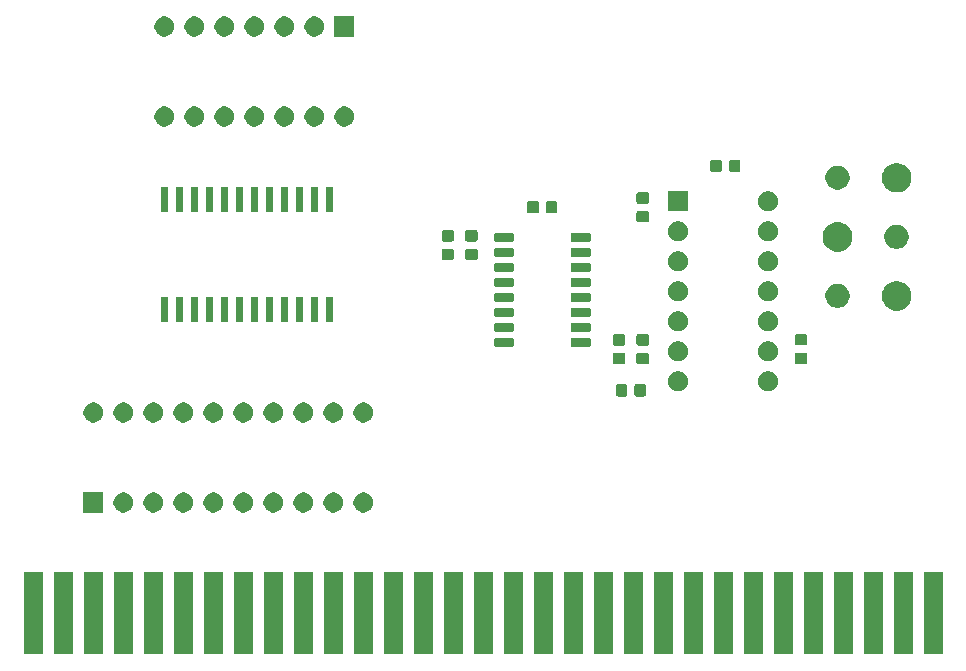
<source format=gbr>
G04 #@! TF.GenerationSoftware,KiCad,Pcbnew,(5.1.5)-3*
G04 #@! TF.CreationDate,2021-10-03T17:07:44+03:00*
G04 #@! TF.ProjectId,OPL3,4f504c33-2e6b-4696-9361-645f70636258,rev?*
G04 #@! TF.SameCoordinates,Original*
G04 #@! TF.FileFunction,Soldermask,Top*
G04 #@! TF.FilePolarity,Negative*
%FSLAX46Y46*%
G04 Gerber Fmt 4.6, Leading zero omitted, Abs format (unit mm)*
G04 Created by KiCad (PCBNEW (5.1.5)-3) date 2021-10-03 17:07:44*
%MOMM*%
%LPD*%
G04 APERTURE LIST*
%ADD10C,0.100000*%
G04 APERTURE END LIST*
D10*
G36*
X102713000Y-123861000D02*
G01*
X101087000Y-123861000D01*
X101087000Y-116901000D01*
X102713000Y-116901000D01*
X102713000Y-123861000D01*
G37*
G36*
X140813000Y-123861000D02*
G01*
X139187000Y-123861000D01*
X139187000Y-116901000D01*
X140813000Y-116901000D01*
X140813000Y-123861000D01*
G37*
G36*
X178913000Y-123861000D02*
G01*
X177287000Y-123861000D01*
X177287000Y-116901000D01*
X178913000Y-116901000D01*
X178913000Y-123861000D01*
G37*
G36*
X173833000Y-123861000D02*
G01*
X172207000Y-123861000D01*
X172207000Y-116901000D01*
X173833000Y-116901000D01*
X173833000Y-123861000D01*
G37*
G36*
X171293000Y-123861000D02*
G01*
X169667000Y-123861000D01*
X169667000Y-116901000D01*
X171293000Y-116901000D01*
X171293000Y-123861000D01*
G37*
G36*
X168753000Y-123861000D02*
G01*
X167127000Y-123861000D01*
X167127000Y-116901000D01*
X168753000Y-116901000D01*
X168753000Y-123861000D01*
G37*
G36*
X166213000Y-123861000D02*
G01*
X164587000Y-123861000D01*
X164587000Y-116901000D01*
X166213000Y-116901000D01*
X166213000Y-123861000D01*
G37*
G36*
X163673000Y-123861000D02*
G01*
X162047000Y-123861000D01*
X162047000Y-116901000D01*
X163673000Y-116901000D01*
X163673000Y-123861000D01*
G37*
G36*
X161133000Y-123861000D02*
G01*
X159507000Y-123861000D01*
X159507000Y-116901000D01*
X161133000Y-116901000D01*
X161133000Y-123861000D01*
G37*
G36*
X158593000Y-123861000D02*
G01*
X156967000Y-123861000D01*
X156967000Y-116901000D01*
X158593000Y-116901000D01*
X158593000Y-123861000D01*
G37*
G36*
X156053000Y-123861000D02*
G01*
X154427000Y-123861000D01*
X154427000Y-116901000D01*
X156053000Y-116901000D01*
X156053000Y-123861000D01*
G37*
G36*
X153513000Y-123861000D02*
G01*
X151887000Y-123861000D01*
X151887000Y-116901000D01*
X153513000Y-116901000D01*
X153513000Y-123861000D01*
G37*
G36*
X150973000Y-123861000D02*
G01*
X149347000Y-123861000D01*
X149347000Y-116901000D01*
X150973000Y-116901000D01*
X150973000Y-123861000D01*
G37*
G36*
X148433000Y-123861000D02*
G01*
X146807000Y-123861000D01*
X146807000Y-116901000D01*
X148433000Y-116901000D01*
X148433000Y-123861000D01*
G37*
G36*
X145893000Y-123861000D02*
G01*
X144267000Y-123861000D01*
X144267000Y-116901000D01*
X145893000Y-116901000D01*
X145893000Y-123861000D01*
G37*
G36*
X143353000Y-123861000D02*
G01*
X141727000Y-123861000D01*
X141727000Y-116901000D01*
X143353000Y-116901000D01*
X143353000Y-123861000D01*
G37*
G36*
X138273000Y-123861000D02*
G01*
X136647000Y-123861000D01*
X136647000Y-116901000D01*
X138273000Y-116901000D01*
X138273000Y-123861000D01*
G37*
G36*
X105253000Y-123861000D02*
G01*
X103627000Y-123861000D01*
X103627000Y-116901000D01*
X105253000Y-116901000D01*
X105253000Y-123861000D01*
G37*
G36*
X107793000Y-123861000D02*
G01*
X106167000Y-123861000D01*
X106167000Y-116901000D01*
X107793000Y-116901000D01*
X107793000Y-123861000D01*
G37*
G36*
X110333000Y-123861000D02*
G01*
X108707000Y-123861000D01*
X108707000Y-116901000D01*
X110333000Y-116901000D01*
X110333000Y-123861000D01*
G37*
G36*
X112873000Y-123861000D02*
G01*
X111247000Y-123861000D01*
X111247000Y-116901000D01*
X112873000Y-116901000D01*
X112873000Y-123861000D01*
G37*
G36*
X115413000Y-123861000D02*
G01*
X113787000Y-123861000D01*
X113787000Y-116901000D01*
X115413000Y-116901000D01*
X115413000Y-123861000D01*
G37*
G36*
X117953000Y-123861000D02*
G01*
X116327000Y-123861000D01*
X116327000Y-116901000D01*
X117953000Y-116901000D01*
X117953000Y-123861000D01*
G37*
G36*
X120493000Y-123861000D02*
G01*
X118867000Y-123861000D01*
X118867000Y-116901000D01*
X120493000Y-116901000D01*
X120493000Y-123861000D01*
G37*
G36*
X123033000Y-123861000D02*
G01*
X121407000Y-123861000D01*
X121407000Y-116901000D01*
X123033000Y-116901000D01*
X123033000Y-123861000D01*
G37*
G36*
X125573000Y-123861000D02*
G01*
X123947000Y-123861000D01*
X123947000Y-116901000D01*
X125573000Y-116901000D01*
X125573000Y-123861000D01*
G37*
G36*
X128113000Y-123861000D02*
G01*
X126487000Y-123861000D01*
X126487000Y-116901000D01*
X128113000Y-116901000D01*
X128113000Y-123861000D01*
G37*
G36*
X130653000Y-123861000D02*
G01*
X129027000Y-123861000D01*
X129027000Y-116901000D01*
X130653000Y-116901000D01*
X130653000Y-123861000D01*
G37*
G36*
X133193000Y-123861000D02*
G01*
X131567000Y-123861000D01*
X131567000Y-116901000D01*
X133193000Y-116901000D01*
X133193000Y-123861000D01*
G37*
G36*
X135733000Y-123861000D02*
G01*
X134107000Y-123861000D01*
X134107000Y-116901000D01*
X135733000Y-116901000D01*
X135733000Y-123861000D01*
G37*
G36*
X176373000Y-123861000D02*
G01*
X174747000Y-123861000D01*
X174747000Y-116901000D01*
X176373000Y-116901000D01*
X176373000Y-123861000D01*
G37*
G36*
X114868228Y-110181703D02*
G01*
X115023100Y-110245853D01*
X115162481Y-110338985D01*
X115281015Y-110457519D01*
X115374147Y-110596900D01*
X115438297Y-110751772D01*
X115471000Y-110916184D01*
X115471000Y-111083816D01*
X115438297Y-111248228D01*
X115374147Y-111403100D01*
X115281015Y-111542481D01*
X115162481Y-111661015D01*
X115023100Y-111754147D01*
X114868228Y-111818297D01*
X114703816Y-111851000D01*
X114536184Y-111851000D01*
X114371772Y-111818297D01*
X114216900Y-111754147D01*
X114077519Y-111661015D01*
X113958985Y-111542481D01*
X113865853Y-111403100D01*
X113801703Y-111248228D01*
X113769000Y-111083816D01*
X113769000Y-110916184D01*
X113801703Y-110751772D01*
X113865853Y-110596900D01*
X113958985Y-110457519D01*
X114077519Y-110338985D01*
X114216900Y-110245853D01*
X114371772Y-110181703D01*
X114536184Y-110149000D01*
X114703816Y-110149000D01*
X114868228Y-110181703D01*
G37*
G36*
X107851000Y-111851000D02*
G01*
X106149000Y-111851000D01*
X106149000Y-110149000D01*
X107851000Y-110149000D01*
X107851000Y-111851000D01*
G37*
G36*
X109788228Y-110181703D02*
G01*
X109943100Y-110245853D01*
X110082481Y-110338985D01*
X110201015Y-110457519D01*
X110294147Y-110596900D01*
X110358297Y-110751772D01*
X110391000Y-110916184D01*
X110391000Y-111083816D01*
X110358297Y-111248228D01*
X110294147Y-111403100D01*
X110201015Y-111542481D01*
X110082481Y-111661015D01*
X109943100Y-111754147D01*
X109788228Y-111818297D01*
X109623816Y-111851000D01*
X109456184Y-111851000D01*
X109291772Y-111818297D01*
X109136900Y-111754147D01*
X108997519Y-111661015D01*
X108878985Y-111542481D01*
X108785853Y-111403100D01*
X108721703Y-111248228D01*
X108689000Y-111083816D01*
X108689000Y-110916184D01*
X108721703Y-110751772D01*
X108785853Y-110596900D01*
X108878985Y-110457519D01*
X108997519Y-110338985D01*
X109136900Y-110245853D01*
X109291772Y-110181703D01*
X109456184Y-110149000D01*
X109623816Y-110149000D01*
X109788228Y-110181703D01*
G37*
G36*
X112328228Y-110181703D02*
G01*
X112483100Y-110245853D01*
X112622481Y-110338985D01*
X112741015Y-110457519D01*
X112834147Y-110596900D01*
X112898297Y-110751772D01*
X112931000Y-110916184D01*
X112931000Y-111083816D01*
X112898297Y-111248228D01*
X112834147Y-111403100D01*
X112741015Y-111542481D01*
X112622481Y-111661015D01*
X112483100Y-111754147D01*
X112328228Y-111818297D01*
X112163816Y-111851000D01*
X111996184Y-111851000D01*
X111831772Y-111818297D01*
X111676900Y-111754147D01*
X111537519Y-111661015D01*
X111418985Y-111542481D01*
X111325853Y-111403100D01*
X111261703Y-111248228D01*
X111229000Y-111083816D01*
X111229000Y-110916184D01*
X111261703Y-110751772D01*
X111325853Y-110596900D01*
X111418985Y-110457519D01*
X111537519Y-110338985D01*
X111676900Y-110245853D01*
X111831772Y-110181703D01*
X111996184Y-110149000D01*
X112163816Y-110149000D01*
X112328228Y-110181703D01*
G37*
G36*
X117408228Y-110181703D02*
G01*
X117563100Y-110245853D01*
X117702481Y-110338985D01*
X117821015Y-110457519D01*
X117914147Y-110596900D01*
X117978297Y-110751772D01*
X118011000Y-110916184D01*
X118011000Y-111083816D01*
X117978297Y-111248228D01*
X117914147Y-111403100D01*
X117821015Y-111542481D01*
X117702481Y-111661015D01*
X117563100Y-111754147D01*
X117408228Y-111818297D01*
X117243816Y-111851000D01*
X117076184Y-111851000D01*
X116911772Y-111818297D01*
X116756900Y-111754147D01*
X116617519Y-111661015D01*
X116498985Y-111542481D01*
X116405853Y-111403100D01*
X116341703Y-111248228D01*
X116309000Y-111083816D01*
X116309000Y-110916184D01*
X116341703Y-110751772D01*
X116405853Y-110596900D01*
X116498985Y-110457519D01*
X116617519Y-110338985D01*
X116756900Y-110245853D01*
X116911772Y-110181703D01*
X117076184Y-110149000D01*
X117243816Y-110149000D01*
X117408228Y-110181703D01*
G37*
G36*
X119948228Y-110181703D02*
G01*
X120103100Y-110245853D01*
X120242481Y-110338985D01*
X120361015Y-110457519D01*
X120454147Y-110596900D01*
X120518297Y-110751772D01*
X120551000Y-110916184D01*
X120551000Y-111083816D01*
X120518297Y-111248228D01*
X120454147Y-111403100D01*
X120361015Y-111542481D01*
X120242481Y-111661015D01*
X120103100Y-111754147D01*
X119948228Y-111818297D01*
X119783816Y-111851000D01*
X119616184Y-111851000D01*
X119451772Y-111818297D01*
X119296900Y-111754147D01*
X119157519Y-111661015D01*
X119038985Y-111542481D01*
X118945853Y-111403100D01*
X118881703Y-111248228D01*
X118849000Y-111083816D01*
X118849000Y-110916184D01*
X118881703Y-110751772D01*
X118945853Y-110596900D01*
X119038985Y-110457519D01*
X119157519Y-110338985D01*
X119296900Y-110245853D01*
X119451772Y-110181703D01*
X119616184Y-110149000D01*
X119783816Y-110149000D01*
X119948228Y-110181703D01*
G37*
G36*
X130108228Y-110181703D02*
G01*
X130263100Y-110245853D01*
X130402481Y-110338985D01*
X130521015Y-110457519D01*
X130614147Y-110596900D01*
X130678297Y-110751772D01*
X130711000Y-110916184D01*
X130711000Y-111083816D01*
X130678297Y-111248228D01*
X130614147Y-111403100D01*
X130521015Y-111542481D01*
X130402481Y-111661015D01*
X130263100Y-111754147D01*
X130108228Y-111818297D01*
X129943816Y-111851000D01*
X129776184Y-111851000D01*
X129611772Y-111818297D01*
X129456900Y-111754147D01*
X129317519Y-111661015D01*
X129198985Y-111542481D01*
X129105853Y-111403100D01*
X129041703Y-111248228D01*
X129009000Y-111083816D01*
X129009000Y-110916184D01*
X129041703Y-110751772D01*
X129105853Y-110596900D01*
X129198985Y-110457519D01*
X129317519Y-110338985D01*
X129456900Y-110245853D01*
X129611772Y-110181703D01*
X129776184Y-110149000D01*
X129943816Y-110149000D01*
X130108228Y-110181703D01*
G37*
G36*
X127568228Y-110181703D02*
G01*
X127723100Y-110245853D01*
X127862481Y-110338985D01*
X127981015Y-110457519D01*
X128074147Y-110596900D01*
X128138297Y-110751772D01*
X128171000Y-110916184D01*
X128171000Y-111083816D01*
X128138297Y-111248228D01*
X128074147Y-111403100D01*
X127981015Y-111542481D01*
X127862481Y-111661015D01*
X127723100Y-111754147D01*
X127568228Y-111818297D01*
X127403816Y-111851000D01*
X127236184Y-111851000D01*
X127071772Y-111818297D01*
X126916900Y-111754147D01*
X126777519Y-111661015D01*
X126658985Y-111542481D01*
X126565853Y-111403100D01*
X126501703Y-111248228D01*
X126469000Y-111083816D01*
X126469000Y-110916184D01*
X126501703Y-110751772D01*
X126565853Y-110596900D01*
X126658985Y-110457519D01*
X126777519Y-110338985D01*
X126916900Y-110245853D01*
X127071772Y-110181703D01*
X127236184Y-110149000D01*
X127403816Y-110149000D01*
X127568228Y-110181703D01*
G37*
G36*
X122488228Y-110181703D02*
G01*
X122643100Y-110245853D01*
X122782481Y-110338985D01*
X122901015Y-110457519D01*
X122994147Y-110596900D01*
X123058297Y-110751772D01*
X123091000Y-110916184D01*
X123091000Y-111083816D01*
X123058297Y-111248228D01*
X122994147Y-111403100D01*
X122901015Y-111542481D01*
X122782481Y-111661015D01*
X122643100Y-111754147D01*
X122488228Y-111818297D01*
X122323816Y-111851000D01*
X122156184Y-111851000D01*
X121991772Y-111818297D01*
X121836900Y-111754147D01*
X121697519Y-111661015D01*
X121578985Y-111542481D01*
X121485853Y-111403100D01*
X121421703Y-111248228D01*
X121389000Y-111083816D01*
X121389000Y-110916184D01*
X121421703Y-110751772D01*
X121485853Y-110596900D01*
X121578985Y-110457519D01*
X121697519Y-110338985D01*
X121836900Y-110245853D01*
X121991772Y-110181703D01*
X122156184Y-110149000D01*
X122323816Y-110149000D01*
X122488228Y-110181703D01*
G37*
G36*
X125028228Y-110181703D02*
G01*
X125183100Y-110245853D01*
X125322481Y-110338985D01*
X125441015Y-110457519D01*
X125534147Y-110596900D01*
X125598297Y-110751772D01*
X125631000Y-110916184D01*
X125631000Y-111083816D01*
X125598297Y-111248228D01*
X125534147Y-111403100D01*
X125441015Y-111542481D01*
X125322481Y-111661015D01*
X125183100Y-111754147D01*
X125028228Y-111818297D01*
X124863816Y-111851000D01*
X124696184Y-111851000D01*
X124531772Y-111818297D01*
X124376900Y-111754147D01*
X124237519Y-111661015D01*
X124118985Y-111542481D01*
X124025853Y-111403100D01*
X123961703Y-111248228D01*
X123929000Y-111083816D01*
X123929000Y-110916184D01*
X123961703Y-110751772D01*
X124025853Y-110596900D01*
X124118985Y-110457519D01*
X124237519Y-110338985D01*
X124376900Y-110245853D01*
X124531772Y-110181703D01*
X124696184Y-110149000D01*
X124863816Y-110149000D01*
X125028228Y-110181703D01*
G37*
G36*
X130108228Y-102561703D02*
G01*
X130263100Y-102625853D01*
X130402481Y-102718985D01*
X130521015Y-102837519D01*
X130614147Y-102976900D01*
X130678297Y-103131772D01*
X130711000Y-103296184D01*
X130711000Y-103463816D01*
X130678297Y-103628228D01*
X130614147Y-103783100D01*
X130521015Y-103922481D01*
X130402481Y-104041015D01*
X130263100Y-104134147D01*
X130108228Y-104198297D01*
X129943816Y-104231000D01*
X129776184Y-104231000D01*
X129611772Y-104198297D01*
X129456900Y-104134147D01*
X129317519Y-104041015D01*
X129198985Y-103922481D01*
X129105853Y-103783100D01*
X129041703Y-103628228D01*
X129009000Y-103463816D01*
X129009000Y-103296184D01*
X129041703Y-103131772D01*
X129105853Y-102976900D01*
X129198985Y-102837519D01*
X129317519Y-102718985D01*
X129456900Y-102625853D01*
X129611772Y-102561703D01*
X129776184Y-102529000D01*
X129943816Y-102529000D01*
X130108228Y-102561703D01*
G37*
G36*
X107248228Y-102561703D02*
G01*
X107403100Y-102625853D01*
X107542481Y-102718985D01*
X107661015Y-102837519D01*
X107754147Y-102976900D01*
X107818297Y-103131772D01*
X107851000Y-103296184D01*
X107851000Y-103463816D01*
X107818297Y-103628228D01*
X107754147Y-103783100D01*
X107661015Y-103922481D01*
X107542481Y-104041015D01*
X107403100Y-104134147D01*
X107248228Y-104198297D01*
X107083816Y-104231000D01*
X106916184Y-104231000D01*
X106751772Y-104198297D01*
X106596900Y-104134147D01*
X106457519Y-104041015D01*
X106338985Y-103922481D01*
X106245853Y-103783100D01*
X106181703Y-103628228D01*
X106149000Y-103463816D01*
X106149000Y-103296184D01*
X106181703Y-103131772D01*
X106245853Y-102976900D01*
X106338985Y-102837519D01*
X106457519Y-102718985D01*
X106596900Y-102625853D01*
X106751772Y-102561703D01*
X106916184Y-102529000D01*
X107083816Y-102529000D01*
X107248228Y-102561703D01*
G37*
G36*
X127568228Y-102561703D02*
G01*
X127723100Y-102625853D01*
X127862481Y-102718985D01*
X127981015Y-102837519D01*
X128074147Y-102976900D01*
X128138297Y-103131772D01*
X128171000Y-103296184D01*
X128171000Y-103463816D01*
X128138297Y-103628228D01*
X128074147Y-103783100D01*
X127981015Y-103922481D01*
X127862481Y-104041015D01*
X127723100Y-104134147D01*
X127568228Y-104198297D01*
X127403816Y-104231000D01*
X127236184Y-104231000D01*
X127071772Y-104198297D01*
X126916900Y-104134147D01*
X126777519Y-104041015D01*
X126658985Y-103922481D01*
X126565853Y-103783100D01*
X126501703Y-103628228D01*
X126469000Y-103463816D01*
X126469000Y-103296184D01*
X126501703Y-103131772D01*
X126565853Y-102976900D01*
X126658985Y-102837519D01*
X126777519Y-102718985D01*
X126916900Y-102625853D01*
X127071772Y-102561703D01*
X127236184Y-102529000D01*
X127403816Y-102529000D01*
X127568228Y-102561703D01*
G37*
G36*
X125028228Y-102561703D02*
G01*
X125183100Y-102625853D01*
X125322481Y-102718985D01*
X125441015Y-102837519D01*
X125534147Y-102976900D01*
X125598297Y-103131772D01*
X125631000Y-103296184D01*
X125631000Y-103463816D01*
X125598297Y-103628228D01*
X125534147Y-103783100D01*
X125441015Y-103922481D01*
X125322481Y-104041015D01*
X125183100Y-104134147D01*
X125028228Y-104198297D01*
X124863816Y-104231000D01*
X124696184Y-104231000D01*
X124531772Y-104198297D01*
X124376900Y-104134147D01*
X124237519Y-104041015D01*
X124118985Y-103922481D01*
X124025853Y-103783100D01*
X123961703Y-103628228D01*
X123929000Y-103463816D01*
X123929000Y-103296184D01*
X123961703Y-103131772D01*
X124025853Y-102976900D01*
X124118985Y-102837519D01*
X124237519Y-102718985D01*
X124376900Y-102625853D01*
X124531772Y-102561703D01*
X124696184Y-102529000D01*
X124863816Y-102529000D01*
X125028228Y-102561703D01*
G37*
G36*
X122488228Y-102561703D02*
G01*
X122643100Y-102625853D01*
X122782481Y-102718985D01*
X122901015Y-102837519D01*
X122994147Y-102976900D01*
X123058297Y-103131772D01*
X123091000Y-103296184D01*
X123091000Y-103463816D01*
X123058297Y-103628228D01*
X122994147Y-103783100D01*
X122901015Y-103922481D01*
X122782481Y-104041015D01*
X122643100Y-104134147D01*
X122488228Y-104198297D01*
X122323816Y-104231000D01*
X122156184Y-104231000D01*
X121991772Y-104198297D01*
X121836900Y-104134147D01*
X121697519Y-104041015D01*
X121578985Y-103922481D01*
X121485853Y-103783100D01*
X121421703Y-103628228D01*
X121389000Y-103463816D01*
X121389000Y-103296184D01*
X121421703Y-103131772D01*
X121485853Y-102976900D01*
X121578985Y-102837519D01*
X121697519Y-102718985D01*
X121836900Y-102625853D01*
X121991772Y-102561703D01*
X122156184Y-102529000D01*
X122323816Y-102529000D01*
X122488228Y-102561703D01*
G37*
G36*
X119948228Y-102561703D02*
G01*
X120103100Y-102625853D01*
X120242481Y-102718985D01*
X120361015Y-102837519D01*
X120454147Y-102976900D01*
X120518297Y-103131772D01*
X120551000Y-103296184D01*
X120551000Y-103463816D01*
X120518297Y-103628228D01*
X120454147Y-103783100D01*
X120361015Y-103922481D01*
X120242481Y-104041015D01*
X120103100Y-104134147D01*
X119948228Y-104198297D01*
X119783816Y-104231000D01*
X119616184Y-104231000D01*
X119451772Y-104198297D01*
X119296900Y-104134147D01*
X119157519Y-104041015D01*
X119038985Y-103922481D01*
X118945853Y-103783100D01*
X118881703Y-103628228D01*
X118849000Y-103463816D01*
X118849000Y-103296184D01*
X118881703Y-103131772D01*
X118945853Y-102976900D01*
X119038985Y-102837519D01*
X119157519Y-102718985D01*
X119296900Y-102625853D01*
X119451772Y-102561703D01*
X119616184Y-102529000D01*
X119783816Y-102529000D01*
X119948228Y-102561703D01*
G37*
G36*
X117408228Y-102561703D02*
G01*
X117563100Y-102625853D01*
X117702481Y-102718985D01*
X117821015Y-102837519D01*
X117914147Y-102976900D01*
X117978297Y-103131772D01*
X118011000Y-103296184D01*
X118011000Y-103463816D01*
X117978297Y-103628228D01*
X117914147Y-103783100D01*
X117821015Y-103922481D01*
X117702481Y-104041015D01*
X117563100Y-104134147D01*
X117408228Y-104198297D01*
X117243816Y-104231000D01*
X117076184Y-104231000D01*
X116911772Y-104198297D01*
X116756900Y-104134147D01*
X116617519Y-104041015D01*
X116498985Y-103922481D01*
X116405853Y-103783100D01*
X116341703Y-103628228D01*
X116309000Y-103463816D01*
X116309000Y-103296184D01*
X116341703Y-103131772D01*
X116405853Y-102976900D01*
X116498985Y-102837519D01*
X116617519Y-102718985D01*
X116756900Y-102625853D01*
X116911772Y-102561703D01*
X117076184Y-102529000D01*
X117243816Y-102529000D01*
X117408228Y-102561703D01*
G37*
G36*
X114868228Y-102561703D02*
G01*
X115023100Y-102625853D01*
X115162481Y-102718985D01*
X115281015Y-102837519D01*
X115374147Y-102976900D01*
X115438297Y-103131772D01*
X115471000Y-103296184D01*
X115471000Y-103463816D01*
X115438297Y-103628228D01*
X115374147Y-103783100D01*
X115281015Y-103922481D01*
X115162481Y-104041015D01*
X115023100Y-104134147D01*
X114868228Y-104198297D01*
X114703816Y-104231000D01*
X114536184Y-104231000D01*
X114371772Y-104198297D01*
X114216900Y-104134147D01*
X114077519Y-104041015D01*
X113958985Y-103922481D01*
X113865853Y-103783100D01*
X113801703Y-103628228D01*
X113769000Y-103463816D01*
X113769000Y-103296184D01*
X113801703Y-103131772D01*
X113865853Y-102976900D01*
X113958985Y-102837519D01*
X114077519Y-102718985D01*
X114216900Y-102625853D01*
X114371772Y-102561703D01*
X114536184Y-102529000D01*
X114703816Y-102529000D01*
X114868228Y-102561703D01*
G37*
G36*
X112328228Y-102561703D02*
G01*
X112483100Y-102625853D01*
X112622481Y-102718985D01*
X112741015Y-102837519D01*
X112834147Y-102976900D01*
X112898297Y-103131772D01*
X112931000Y-103296184D01*
X112931000Y-103463816D01*
X112898297Y-103628228D01*
X112834147Y-103783100D01*
X112741015Y-103922481D01*
X112622481Y-104041015D01*
X112483100Y-104134147D01*
X112328228Y-104198297D01*
X112163816Y-104231000D01*
X111996184Y-104231000D01*
X111831772Y-104198297D01*
X111676900Y-104134147D01*
X111537519Y-104041015D01*
X111418985Y-103922481D01*
X111325853Y-103783100D01*
X111261703Y-103628228D01*
X111229000Y-103463816D01*
X111229000Y-103296184D01*
X111261703Y-103131772D01*
X111325853Y-102976900D01*
X111418985Y-102837519D01*
X111537519Y-102718985D01*
X111676900Y-102625853D01*
X111831772Y-102561703D01*
X111996184Y-102529000D01*
X112163816Y-102529000D01*
X112328228Y-102561703D01*
G37*
G36*
X109788228Y-102561703D02*
G01*
X109943100Y-102625853D01*
X110082481Y-102718985D01*
X110201015Y-102837519D01*
X110294147Y-102976900D01*
X110358297Y-103131772D01*
X110391000Y-103296184D01*
X110391000Y-103463816D01*
X110358297Y-103628228D01*
X110294147Y-103783100D01*
X110201015Y-103922481D01*
X110082481Y-104041015D01*
X109943100Y-104134147D01*
X109788228Y-104198297D01*
X109623816Y-104231000D01*
X109456184Y-104231000D01*
X109291772Y-104198297D01*
X109136900Y-104134147D01*
X108997519Y-104041015D01*
X108878985Y-103922481D01*
X108785853Y-103783100D01*
X108721703Y-103628228D01*
X108689000Y-103463816D01*
X108689000Y-103296184D01*
X108721703Y-103131772D01*
X108785853Y-102976900D01*
X108878985Y-102837519D01*
X108997519Y-102718985D01*
X109136900Y-102625853D01*
X109291772Y-102561703D01*
X109456184Y-102529000D01*
X109623816Y-102529000D01*
X109788228Y-102561703D01*
G37*
G36*
X153629591Y-100978085D02*
G01*
X153663569Y-100988393D01*
X153694890Y-101005134D01*
X153722339Y-101027661D01*
X153744866Y-101055110D01*
X153761607Y-101086431D01*
X153771915Y-101120409D01*
X153776000Y-101161890D01*
X153776000Y-101838110D01*
X153771915Y-101879591D01*
X153761607Y-101913569D01*
X153744866Y-101944890D01*
X153722339Y-101972339D01*
X153694890Y-101994866D01*
X153663569Y-102011607D01*
X153629591Y-102021915D01*
X153588110Y-102026000D01*
X152986890Y-102026000D01*
X152945409Y-102021915D01*
X152911431Y-102011607D01*
X152880110Y-101994866D01*
X152852661Y-101972339D01*
X152830134Y-101944890D01*
X152813393Y-101913569D01*
X152803085Y-101879591D01*
X152799000Y-101838110D01*
X152799000Y-101161890D01*
X152803085Y-101120409D01*
X152813393Y-101086431D01*
X152830134Y-101055110D01*
X152852661Y-101027661D01*
X152880110Y-101005134D01*
X152911431Y-100988393D01*
X152945409Y-100978085D01*
X152986890Y-100974000D01*
X153588110Y-100974000D01*
X153629591Y-100978085D01*
G37*
G36*
X152054591Y-100978085D02*
G01*
X152088569Y-100988393D01*
X152119890Y-101005134D01*
X152147339Y-101027661D01*
X152169866Y-101055110D01*
X152186607Y-101086431D01*
X152196915Y-101120409D01*
X152201000Y-101161890D01*
X152201000Y-101838110D01*
X152196915Y-101879591D01*
X152186607Y-101913569D01*
X152169866Y-101944890D01*
X152147339Y-101972339D01*
X152119890Y-101994866D01*
X152088569Y-102011607D01*
X152054591Y-102021915D01*
X152013110Y-102026000D01*
X151411890Y-102026000D01*
X151370409Y-102021915D01*
X151336431Y-102011607D01*
X151305110Y-101994866D01*
X151277661Y-101972339D01*
X151255134Y-101944890D01*
X151238393Y-101913569D01*
X151228085Y-101879591D01*
X151224000Y-101838110D01*
X151224000Y-101161890D01*
X151228085Y-101120409D01*
X151238393Y-101086431D01*
X151255134Y-101055110D01*
X151277661Y-101027661D01*
X151305110Y-101005134D01*
X151336431Y-100988393D01*
X151370409Y-100978085D01*
X151411890Y-100974000D01*
X152013110Y-100974000D01*
X152054591Y-100978085D01*
G37*
G36*
X156748228Y-99921703D02*
G01*
X156903100Y-99985853D01*
X157042481Y-100078985D01*
X157161015Y-100197519D01*
X157254147Y-100336900D01*
X157318297Y-100491772D01*
X157351000Y-100656184D01*
X157351000Y-100823816D01*
X157318297Y-100988228D01*
X157254147Y-101143100D01*
X157161015Y-101282481D01*
X157042481Y-101401015D01*
X156903100Y-101494147D01*
X156748228Y-101558297D01*
X156583816Y-101591000D01*
X156416184Y-101591000D01*
X156251772Y-101558297D01*
X156096900Y-101494147D01*
X155957519Y-101401015D01*
X155838985Y-101282481D01*
X155745853Y-101143100D01*
X155681703Y-100988228D01*
X155649000Y-100823816D01*
X155649000Y-100656184D01*
X155681703Y-100491772D01*
X155745853Y-100336900D01*
X155838985Y-100197519D01*
X155957519Y-100078985D01*
X156096900Y-99985853D01*
X156251772Y-99921703D01*
X156416184Y-99889000D01*
X156583816Y-99889000D01*
X156748228Y-99921703D01*
G37*
G36*
X164368228Y-99921703D02*
G01*
X164523100Y-99985853D01*
X164662481Y-100078985D01*
X164781015Y-100197519D01*
X164874147Y-100336900D01*
X164938297Y-100491772D01*
X164971000Y-100656184D01*
X164971000Y-100823816D01*
X164938297Y-100988228D01*
X164874147Y-101143100D01*
X164781015Y-101282481D01*
X164662481Y-101401015D01*
X164523100Y-101494147D01*
X164368228Y-101558297D01*
X164203816Y-101591000D01*
X164036184Y-101591000D01*
X163871772Y-101558297D01*
X163716900Y-101494147D01*
X163577519Y-101401015D01*
X163458985Y-101282481D01*
X163365853Y-101143100D01*
X163301703Y-100988228D01*
X163269000Y-100823816D01*
X163269000Y-100656184D01*
X163301703Y-100491772D01*
X163365853Y-100336900D01*
X163458985Y-100197519D01*
X163577519Y-100078985D01*
X163716900Y-99985853D01*
X163871772Y-99921703D01*
X164036184Y-99889000D01*
X164203816Y-99889000D01*
X164368228Y-99921703D01*
G37*
G36*
X153879591Y-98313085D02*
G01*
X153913569Y-98323393D01*
X153944890Y-98340134D01*
X153972339Y-98362661D01*
X153994866Y-98390110D01*
X154011607Y-98421431D01*
X154021915Y-98455409D01*
X154026000Y-98496890D01*
X154026000Y-99098110D01*
X154021915Y-99139591D01*
X154011607Y-99173569D01*
X153994866Y-99204890D01*
X153972339Y-99232339D01*
X153944890Y-99254866D01*
X153913569Y-99271607D01*
X153879591Y-99281915D01*
X153838110Y-99286000D01*
X153161890Y-99286000D01*
X153120409Y-99281915D01*
X153086431Y-99271607D01*
X153055110Y-99254866D01*
X153027661Y-99232339D01*
X153005134Y-99204890D01*
X152988393Y-99173569D01*
X152978085Y-99139591D01*
X152974000Y-99098110D01*
X152974000Y-98496890D01*
X152978085Y-98455409D01*
X152988393Y-98421431D01*
X153005134Y-98390110D01*
X153027661Y-98362661D01*
X153055110Y-98340134D01*
X153086431Y-98323393D01*
X153120409Y-98313085D01*
X153161890Y-98309000D01*
X153838110Y-98309000D01*
X153879591Y-98313085D01*
G37*
G36*
X151879591Y-98313085D02*
G01*
X151913569Y-98323393D01*
X151944890Y-98340134D01*
X151972339Y-98362661D01*
X151994866Y-98390110D01*
X152011607Y-98421431D01*
X152021915Y-98455409D01*
X152026000Y-98496890D01*
X152026000Y-99098110D01*
X152021915Y-99139591D01*
X152011607Y-99173569D01*
X151994866Y-99204890D01*
X151972339Y-99232339D01*
X151944890Y-99254866D01*
X151913569Y-99271607D01*
X151879591Y-99281915D01*
X151838110Y-99286000D01*
X151161890Y-99286000D01*
X151120409Y-99281915D01*
X151086431Y-99271607D01*
X151055110Y-99254866D01*
X151027661Y-99232339D01*
X151005134Y-99204890D01*
X150988393Y-99173569D01*
X150978085Y-99139591D01*
X150974000Y-99098110D01*
X150974000Y-98496890D01*
X150978085Y-98455409D01*
X150988393Y-98421431D01*
X151005134Y-98390110D01*
X151027661Y-98362661D01*
X151055110Y-98340134D01*
X151086431Y-98323393D01*
X151120409Y-98313085D01*
X151161890Y-98309000D01*
X151838110Y-98309000D01*
X151879591Y-98313085D01*
G37*
G36*
X167279591Y-98303085D02*
G01*
X167313569Y-98313393D01*
X167344890Y-98330134D01*
X167372339Y-98352661D01*
X167394866Y-98380110D01*
X167411607Y-98411431D01*
X167421915Y-98445409D01*
X167426000Y-98486890D01*
X167426000Y-99088110D01*
X167421915Y-99129591D01*
X167411607Y-99163569D01*
X167394866Y-99194890D01*
X167372339Y-99222339D01*
X167344890Y-99244866D01*
X167313569Y-99261607D01*
X167279591Y-99271915D01*
X167238110Y-99276000D01*
X166561890Y-99276000D01*
X166520409Y-99271915D01*
X166486431Y-99261607D01*
X166455110Y-99244866D01*
X166427661Y-99222339D01*
X166405134Y-99194890D01*
X166388393Y-99163569D01*
X166378085Y-99129591D01*
X166374000Y-99088110D01*
X166374000Y-98486890D01*
X166378085Y-98445409D01*
X166388393Y-98411431D01*
X166405134Y-98380110D01*
X166427661Y-98352661D01*
X166455110Y-98330134D01*
X166486431Y-98313393D01*
X166520409Y-98303085D01*
X166561890Y-98299000D01*
X167238110Y-98299000D01*
X167279591Y-98303085D01*
G37*
G36*
X156748228Y-97381703D02*
G01*
X156903100Y-97445853D01*
X157042481Y-97538985D01*
X157161015Y-97657519D01*
X157254147Y-97796900D01*
X157318297Y-97951772D01*
X157351000Y-98116184D01*
X157351000Y-98283816D01*
X157318297Y-98448228D01*
X157254147Y-98603100D01*
X157161015Y-98742481D01*
X157042481Y-98861015D01*
X156903100Y-98954147D01*
X156748228Y-99018297D01*
X156583816Y-99051000D01*
X156416184Y-99051000D01*
X156251772Y-99018297D01*
X156096900Y-98954147D01*
X155957519Y-98861015D01*
X155838985Y-98742481D01*
X155745853Y-98603100D01*
X155681703Y-98448228D01*
X155649000Y-98283816D01*
X155649000Y-98116184D01*
X155681703Y-97951772D01*
X155745853Y-97796900D01*
X155838985Y-97657519D01*
X155957519Y-97538985D01*
X156096900Y-97445853D01*
X156251772Y-97381703D01*
X156416184Y-97349000D01*
X156583816Y-97349000D01*
X156748228Y-97381703D01*
G37*
G36*
X164368228Y-97381703D02*
G01*
X164523100Y-97445853D01*
X164662481Y-97538985D01*
X164781015Y-97657519D01*
X164874147Y-97796900D01*
X164938297Y-97951772D01*
X164971000Y-98116184D01*
X164971000Y-98283816D01*
X164938297Y-98448228D01*
X164874147Y-98603100D01*
X164781015Y-98742481D01*
X164662481Y-98861015D01*
X164523100Y-98954147D01*
X164368228Y-99018297D01*
X164203816Y-99051000D01*
X164036184Y-99051000D01*
X163871772Y-99018297D01*
X163716900Y-98954147D01*
X163577519Y-98861015D01*
X163458985Y-98742481D01*
X163365853Y-98603100D01*
X163301703Y-98448228D01*
X163269000Y-98283816D01*
X163269000Y-98116184D01*
X163301703Y-97951772D01*
X163365853Y-97796900D01*
X163458985Y-97657519D01*
X163577519Y-97538985D01*
X163716900Y-97445853D01*
X163871772Y-97381703D01*
X164036184Y-97349000D01*
X164203816Y-97349000D01*
X164368228Y-97381703D01*
G37*
G36*
X142509928Y-97096764D02*
G01*
X142531009Y-97103160D01*
X142550445Y-97113548D01*
X142567476Y-97127524D01*
X142581452Y-97144555D01*
X142591840Y-97163991D01*
X142598236Y-97185072D01*
X142601000Y-97213140D01*
X142601000Y-97676860D01*
X142598236Y-97704928D01*
X142591840Y-97726009D01*
X142581452Y-97745445D01*
X142567476Y-97762476D01*
X142550445Y-97776452D01*
X142531009Y-97786840D01*
X142509928Y-97793236D01*
X142481860Y-97796000D01*
X141018140Y-97796000D01*
X140990072Y-97793236D01*
X140968991Y-97786840D01*
X140949555Y-97776452D01*
X140932524Y-97762476D01*
X140918548Y-97745445D01*
X140908160Y-97726009D01*
X140901764Y-97704928D01*
X140899000Y-97676860D01*
X140899000Y-97213140D01*
X140901764Y-97185072D01*
X140908160Y-97163991D01*
X140918548Y-97144555D01*
X140932524Y-97127524D01*
X140949555Y-97113548D01*
X140968991Y-97103160D01*
X140990072Y-97096764D01*
X141018140Y-97094000D01*
X142481860Y-97094000D01*
X142509928Y-97096764D01*
G37*
G36*
X149009928Y-97096764D02*
G01*
X149031009Y-97103160D01*
X149050445Y-97113548D01*
X149067476Y-97127524D01*
X149081452Y-97144555D01*
X149091840Y-97163991D01*
X149098236Y-97185072D01*
X149101000Y-97213140D01*
X149101000Y-97676860D01*
X149098236Y-97704928D01*
X149091840Y-97726009D01*
X149081452Y-97745445D01*
X149067476Y-97762476D01*
X149050445Y-97776452D01*
X149031009Y-97786840D01*
X149009928Y-97793236D01*
X148981860Y-97796000D01*
X147518140Y-97796000D01*
X147490072Y-97793236D01*
X147468991Y-97786840D01*
X147449555Y-97776452D01*
X147432524Y-97762476D01*
X147418548Y-97745445D01*
X147408160Y-97726009D01*
X147401764Y-97704928D01*
X147399000Y-97676860D01*
X147399000Y-97213140D01*
X147401764Y-97185072D01*
X147408160Y-97163991D01*
X147418548Y-97144555D01*
X147432524Y-97127524D01*
X147449555Y-97113548D01*
X147468991Y-97103160D01*
X147490072Y-97096764D01*
X147518140Y-97094000D01*
X148981860Y-97094000D01*
X149009928Y-97096764D01*
G37*
G36*
X153879591Y-96738085D02*
G01*
X153913569Y-96748393D01*
X153944890Y-96765134D01*
X153972339Y-96787661D01*
X153994866Y-96815110D01*
X154011607Y-96846431D01*
X154021915Y-96880409D01*
X154026000Y-96921890D01*
X154026000Y-97523110D01*
X154021915Y-97564591D01*
X154011607Y-97598569D01*
X153994866Y-97629890D01*
X153972339Y-97657339D01*
X153944890Y-97679866D01*
X153913569Y-97696607D01*
X153879591Y-97706915D01*
X153838110Y-97711000D01*
X153161890Y-97711000D01*
X153120409Y-97706915D01*
X153086431Y-97696607D01*
X153055110Y-97679866D01*
X153027661Y-97657339D01*
X153005134Y-97629890D01*
X152988393Y-97598569D01*
X152978085Y-97564591D01*
X152974000Y-97523110D01*
X152974000Y-96921890D01*
X152978085Y-96880409D01*
X152988393Y-96846431D01*
X153005134Y-96815110D01*
X153027661Y-96787661D01*
X153055110Y-96765134D01*
X153086431Y-96748393D01*
X153120409Y-96738085D01*
X153161890Y-96734000D01*
X153838110Y-96734000D01*
X153879591Y-96738085D01*
G37*
G36*
X151879591Y-96738085D02*
G01*
X151913569Y-96748393D01*
X151944890Y-96765134D01*
X151972339Y-96787661D01*
X151994866Y-96815110D01*
X152011607Y-96846431D01*
X152021915Y-96880409D01*
X152026000Y-96921890D01*
X152026000Y-97523110D01*
X152021915Y-97564591D01*
X152011607Y-97598569D01*
X151994866Y-97629890D01*
X151972339Y-97657339D01*
X151944890Y-97679866D01*
X151913569Y-97696607D01*
X151879591Y-97706915D01*
X151838110Y-97711000D01*
X151161890Y-97711000D01*
X151120409Y-97706915D01*
X151086431Y-97696607D01*
X151055110Y-97679866D01*
X151027661Y-97657339D01*
X151005134Y-97629890D01*
X150988393Y-97598569D01*
X150978085Y-97564591D01*
X150974000Y-97523110D01*
X150974000Y-96921890D01*
X150978085Y-96880409D01*
X150988393Y-96846431D01*
X151005134Y-96815110D01*
X151027661Y-96787661D01*
X151055110Y-96765134D01*
X151086431Y-96748393D01*
X151120409Y-96738085D01*
X151161890Y-96734000D01*
X151838110Y-96734000D01*
X151879591Y-96738085D01*
G37*
G36*
X167279591Y-96728085D02*
G01*
X167313569Y-96738393D01*
X167344890Y-96755134D01*
X167372339Y-96777661D01*
X167394866Y-96805110D01*
X167411607Y-96836431D01*
X167421915Y-96870409D01*
X167426000Y-96911890D01*
X167426000Y-97513110D01*
X167421915Y-97554591D01*
X167411607Y-97588569D01*
X167394866Y-97619890D01*
X167372339Y-97647339D01*
X167344890Y-97669866D01*
X167313569Y-97686607D01*
X167279591Y-97696915D01*
X167238110Y-97701000D01*
X166561890Y-97701000D01*
X166520409Y-97696915D01*
X166486431Y-97686607D01*
X166455110Y-97669866D01*
X166427661Y-97647339D01*
X166405134Y-97619890D01*
X166388393Y-97588569D01*
X166378085Y-97554591D01*
X166374000Y-97513110D01*
X166374000Y-96911890D01*
X166378085Y-96870409D01*
X166388393Y-96836431D01*
X166405134Y-96805110D01*
X166427661Y-96777661D01*
X166455110Y-96755134D01*
X166486431Y-96738393D01*
X166520409Y-96728085D01*
X166561890Y-96724000D01*
X167238110Y-96724000D01*
X167279591Y-96728085D01*
G37*
G36*
X142509928Y-95826764D02*
G01*
X142531009Y-95833160D01*
X142550445Y-95843548D01*
X142567476Y-95857524D01*
X142581452Y-95874555D01*
X142591840Y-95893991D01*
X142598236Y-95915072D01*
X142601000Y-95943140D01*
X142601000Y-96406860D01*
X142598236Y-96434928D01*
X142591840Y-96456009D01*
X142581452Y-96475445D01*
X142567476Y-96492476D01*
X142550445Y-96506452D01*
X142531009Y-96516840D01*
X142509928Y-96523236D01*
X142481860Y-96526000D01*
X141018140Y-96526000D01*
X140990072Y-96523236D01*
X140968991Y-96516840D01*
X140949555Y-96506452D01*
X140932524Y-96492476D01*
X140918548Y-96475445D01*
X140908160Y-96456009D01*
X140901764Y-96434928D01*
X140899000Y-96406860D01*
X140899000Y-95943140D01*
X140901764Y-95915072D01*
X140908160Y-95893991D01*
X140918548Y-95874555D01*
X140932524Y-95857524D01*
X140949555Y-95843548D01*
X140968991Y-95833160D01*
X140990072Y-95826764D01*
X141018140Y-95824000D01*
X142481860Y-95824000D01*
X142509928Y-95826764D01*
G37*
G36*
X149009928Y-95826764D02*
G01*
X149031009Y-95833160D01*
X149050445Y-95843548D01*
X149067476Y-95857524D01*
X149081452Y-95874555D01*
X149091840Y-95893991D01*
X149098236Y-95915072D01*
X149101000Y-95943140D01*
X149101000Y-96406860D01*
X149098236Y-96434928D01*
X149091840Y-96456009D01*
X149081452Y-96475445D01*
X149067476Y-96492476D01*
X149050445Y-96506452D01*
X149031009Y-96516840D01*
X149009928Y-96523236D01*
X148981860Y-96526000D01*
X147518140Y-96526000D01*
X147490072Y-96523236D01*
X147468991Y-96516840D01*
X147449555Y-96506452D01*
X147432524Y-96492476D01*
X147418548Y-96475445D01*
X147408160Y-96456009D01*
X147401764Y-96434928D01*
X147399000Y-96406860D01*
X147399000Y-95943140D01*
X147401764Y-95915072D01*
X147408160Y-95893991D01*
X147418548Y-95874555D01*
X147432524Y-95857524D01*
X147449555Y-95843548D01*
X147468991Y-95833160D01*
X147490072Y-95826764D01*
X147518140Y-95824000D01*
X148981860Y-95824000D01*
X149009928Y-95826764D01*
G37*
G36*
X164368228Y-94841703D02*
G01*
X164523100Y-94905853D01*
X164662481Y-94998985D01*
X164781015Y-95117519D01*
X164874147Y-95256900D01*
X164938297Y-95411772D01*
X164971000Y-95576184D01*
X164971000Y-95743816D01*
X164938297Y-95908228D01*
X164874147Y-96063100D01*
X164781015Y-96202481D01*
X164662481Y-96321015D01*
X164523100Y-96414147D01*
X164368228Y-96478297D01*
X164203816Y-96511000D01*
X164036184Y-96511000D01*
X163871772Y-96478297D01*
X163716900Y-96414147D01*
X163577519Y-96321015D01*
X163458985Y-96202481D01*
X163365853Y-96063100D01*
X163301703Y-95908228D01*
X163269000Y-95743816D01*
X163269000Y-95576184D01*
X163301703Y-95411772D01*
X163365853Y-95256900D01*
X163458985Y-95117519D01*
X163577519Y-94998985D01*
X163716900Y-94905853D01*
X163871772Y-94841703D01*
X164036184Y-94809000D01*
X164203816Y-94809000D01*
X164368228Y-94841703D01*
G37*
G36*
X156748228Y-94841703D02*
G01*
X156903100Y-94905853D01*
X157042481Y-94998985D01*
X157161015Y-95117519D01*
X157254147Y-95256900D01*
X157318297Y-95411772D01*
X157351000Y-95576184D01*
X157351000Y-95743816D01*
X157318297Y-95908228D01*
X157254147Y-96063100D01*
X157161015Y-96202481D01*
X157042481Y-96321015D01*
X156903100Y-96414147D01*
X156748228Y-96478297D01*
X156583816Y-96511000D01*
X156416184Y-96511000D01*
X156251772Y-96478297D01*
X156096900Y-96414147D01*
X155957519Y-96321015D01*
X155838985Y-96202481D01*
X155745853Y-96063100D01*
X155681703Y-95908228D01*
X155649000Y-95743816D01*
X155649000Y-95576184D01*
X155681703Y-95411772D01*
X155745853Y-95256900D01*
X155838985Y-95117519D01*
X155957519Y-94998985D01*
X156096900Y-94905853D01*
X156251772Y-94841703D01*
X156416184Y-94809000D01*
X156583816Y-94809000D01*
X156748228Y-94841703D01*
G37*
G36*
X117069987Y-93601524D02*
G01*
X117088730Y-93607210D01*
X117105997Y-93616439D01*
X117121136Y-93628864D01*
X117133561Y-93644003D01*
X117142790Y-93661270D01*
X117148476Y-93680013D01*
X117151000Y-93705640D01*
X117151000Y-95594360D01*
X117148476Y-95619987D01*
X117142790Y-95638730D01*
X117133561Y-95655997D01*
X117121136Y-95671136D01*
X117105997Y-95683561D01*
X117088730Y-95692790D01*
X117069987Y-95698476D01*
X117044360Y-95701000D01*
X116605640Y-95701000D01*
X116580013Y-95698476D01*
X116561270Y-95692790D01*
X116544003Y-95683561D01*
X116528864Y-95671136D01*
X116516439Y-95655997D01*
X116507210Y-95638730D01*
X116501524Y-95619987D01*
X116499000Y-95594360D01*
X116499000Y-93705640D01*
X116501524Y-93680013D01*
X116507210Y-93661270D01*
X116516439Y-93644003D01*
X116528864Y-93628864D01*
X116544003Y-93616439D01*
X116561270Y-93607210D01*
X116580013Y-93601524D01*
X116605640Y-93599000D01*
X117044360Y-93599000D01*
X117069987Y-93601524D01*
G37*
G36*
X115799987Y-93601524D02*
G01*
X115818730Y-93607210D01*
X115835997Y-93616439D01*
X115851136Y-93628864D01*
X115863561Y-93644003D01*
X115872790Y-93661270D01*
X115878476Y-93680013D01*
X115881000Y-93705640D01*
X115881000Y-95594360D01*
X115878476Y-95619987D01*
X115872790Y-95638730D01*
X115863561Y-95655997D01*
X115851136Y-95671136D01*
X115835997Y-95683561D01*
X115818730Y-95692790D01*
X115799987Y-95698476D01*
X115774360Y-95701000D01*
X115335640Y-95701000D01*
X115310013Y-95698476D01*
X115291270Y-95692790D01*
X115274003Y-95683561D01*
X115258864Y-95671136D01*
X115246439Y-95655997D01*
X115237210Y-95638730D01*
X115231524Y-95619987D01*
X115229000Y-95594360D01*
X115229000Y-93705640D01*
X115231524Y-93680013D01*
X115237210Y-93661270D01*
X115246439Y-93644003D01*
X115258864Y-93628864D01*
X115274003Y-93616439D01*
X115291270Y-93607210D01*
X115310013Y-93601524D01*
X115335640Y-93599000D01*
X115774360Y-93599000D01*
X115799987Y-93601524D01*
G37*
G36*
X118339987Y-93601524D02*
G01*
X118358730Y-93607210D01*
X118375997Y-93616439D01*
X118391136Y-93628864D01*
X118403561Y-93644003D01*
X118412790Y-93661270D01*
X118418476Y-93680013D01*
X118421000Y-93705640D01*
X118421000Y-95594360D01*
X118418476Y-95619987D01*
X118412790Y-95638730D01*
X118403561Y-95655997D01*
X118391136Y-95671136D01*
X118375997Y-95683561D01*
X118358730Y-95692790D01*
X118339987Y-95698476D01*
X118314360Y-95701000D01*
X117875640Y-95701000D01*
X117850013Y-95698476D01*
X117831270Y-95692790D01*
X117814003Y-95683561D01*
X117798864Y-95671136D01*
X117786439Y-95655997D01*
X117777210Y-95638730D01*
X117771524Y-95619987D01*
X117769000Y-95594360D01*
X117769000Y-93705640D01*
X117771524Y-93680013D01*
X117777210Y-93661270D01*
X117786439Y-93644003D01*
X117798864Y-93628864D01*
X117814003Y-93616439D01*
X117831270Y-93607210D01*
X117850013Y-93601524D01*
X117875640Y-93599000D01*
X118314360Y-93599000D01*
X118339987Y-93601524D01*
G37*
G36*
X114529987Y-93601524D02*
G01*
X114548730Y-93607210D01*
X114565997Y-93616439D01*
X114581136Y-93628864D01*
X114593561Y-93644003D01*
X114602790Y-93661270D01*
X114608476Y-93680013D01*
X114611000Y-93705640D01*
X114611000Y-95594360D01*
X114608476Y-95619987D01*
X114602790Y-95638730D01*
X114593561Y-95655997D01*
X114581136Y-95671136D01*
X114565997Y-95683561D01*
X114548730Y-95692790D01*
X114529987Y-95698476D01*
X114504360Y-95701000D01*
X114065640Y-95701000D01*
X114040013Y-95698476D01*
X114021270Y-95692790D01*
X114004003Y-95683561D01*
X113988864Y-95671136D01*
X113976439Y-95655997D01*
X113967210Y-95638730D01*
X113961524Y-95619987D01*
X113959000Y-95594360D01*
X113959000Y-93705640D01*
X113961524Y-93680013D01*
X113967210Y-93661270D01*
X113976439Y-93644003D01*
X113988864Y-93628864D01*
X114004003Y-93616439D01*
X114021270Y-93607210D01*
X114040013Y-93601524D01*
X114065640Y-93599000D01*
X114504360Y-93599000D01*
X114529987Y-93601524D01*
G37*
G36*
X113259987Y-93601524D02*
G01*
X113278730Y-93607210D01*
X113295997Y-93616439D01*
X113311136Y-93628864D01*
X113323561Y-93644003D01*
X113332790Y-93661270D01*
X113338476Y-93680013D01*
X113341000Y-93705640D01*
X113341000Y-95594360D01*
X113338476Y-95619987D01*
X113332790Y-95638730D01*
X113323561Y-95655997D01*
X113311136Y-95671136D01*
X113295997Y-95683561D01*
X113278730Y-95692790D01*
X113259987Y-95698476D01*
X113234360Y-95701000D01*
X112795640Y-95701000D01*
X112770013Y-95698476D01*
X112751270Y-95692790D01*
X112734003Y-95683561D01*
X112718864Y-95671136D01*
X112706439Y-95655997D01*
X112697210Y-95638730D01*
X112691524Y-95619987D01*
X112689000Y-95594360D01*
X112689000Y-93705640D01*
X112691524Y-93680013D01*
X112697210Y-93661270D01*
X112706439Y-93644003D01*
X112718864Y-93628864D01*
X112734003Y-93616439D01*
X112751270Y-93607210D01*
X112770013Y-93601524D01*
X112795640Y-93599000D01*
X113234360Y-93599000D01*
X113259987Y-93601524D01*
G37*
G36*
X125959987Y-93601524D02*
G01*
X125978730Y-93607210D01*
X125995997Y-93616439D01*
X126011136Y-93628864D01*
X126023561Y-93644003D01*
X126032790Y-93661270D01*
X126038476Y-93680013D01*
X126041000Y-93705640D01*
X126041000Y-95594360D01*
X126038476Y-95619987D01*
X126032790Y-95638730D01*
X126023561Y-95655997D01*
X126011136Y-95671136D01*
X125995997Y-95683561D01*
X125978730Y-95692790D01*
X125959987Y-95698476D01*
X125934360Y-95701000D01*
X125495640Y-95701000D01*
X125470013Y-95698476D01*
X125451270Y-95692790D01*
X125434003Y-95683561D01*
X125418864Y-95671136D01*
X125406439Y-95655997D01*
X125397210Y-95638730D01*
X125391524Y-95619987D01*
X125389000Y-95594360D01*
X125389000Y-93705640D01*
X125391524Y-93680013D01*
X125397210Y-93661270D01*
X125406439Y-93644003D01*
X125418864Y-93628864D01*
X125434003Y-93616439D01*
X125451270Y-93607210D01*
X125470013Y-93601524D01*
X125495640Y-93599000D01*
X125934360Y-93599000D01*
X125959987Y-93601524D01*
G37*
G36*
X122149987Y-93601524D02*
G01*
X122168730Y-93607210D01*
X122185997Y-93616439D01*
X122201136Y-93628864D01*
X122213561Y-93644003D01*
X122222790Y-93661270D01*
X122228476Y-93680013D01*
X122231000Y-93705640D01*
X122231000Y-95594360D01*
X122228476Y-95619987D01*
X122222790Y-95638730D01*
X122213561Y-95655997D01*
X122201136Y-95671136D01*
X122185997Y-95683561D01*
X122168730Y-95692790D01*
X122149987Y-95698476D01*
X122124360Y-95701000D01*
X121685640Y-95701000D01*
X121660013Y-95698476D01*
X121641270Y-95692790D01*
X121624003Y-95683561D01*
X121608864Y-95671136D01*
X121596439Y-95655997D01*
X121587210Y-95638730D01*
X121581524Y-95619987D01*
X121579000Y-95594360D01*
X121579000Y-93705640D01*
X121581524Y-93680013D01*
X121587210Y-93661270D01*
X121596439Y-93644003D01*
X121608864Y-93628864D01*
X121624003Y-93616439D01*
X121641270Y-93607210D01*
X121660013Y-93601524D01*
X121685640Y-93599000D01*
X122124360Y-93599000D01*
X122149987Y-93601524D01*
G37*
G36*
X120879987Y-93601524D02*
G01*
X120898730Y-93607210D01*
X120915997Y-93616439D01*
X120931136Y-93628864D01*
X120943561Y-93644003D01*
X120952790Y-93661270D01*
X120958476Y-93680013D01*
X120961000Y-93705640D01*
X120961000Y-95594360D01*
X120958476Y-95619987D01*
X120952790Y-95638730D01*
X120943561Y-95655997D01*
X120931136Y-95671136D01*
X120915997Y-95683561D01*
X120898730Y-95692790D01*
X120879987Y-95698476D01*
X120854360Y-95701000D01*
X120415640Y-95701000D01*
X120390013Y-95698476D01*
X120371270Y-95692790D01*
X120354003Y-95683561D01*
X120338864Y-95671136D01*
X120326439Y-95655997D01*
X120317210Y-95638730D01*
X120311524Y-95619987D01*
X120309000Y-95594360D01*
X120309000Y-93705640D01*
X120311524Y-93680013D01*
X120317210Y-93661270D01*
X120326439Y-93644003D01*
X120338864Y-93628864D01*
X120354003Y-93616439D01*
X120371270Y-93607210D01*
X120390013Y-93601524D01*
X120415640Y-93599000D01*
X120854360Y-93599000D01*
X120879987Y-93601524D01*
G37*
G36*
X123419987Y-93601524D02*
G01*
X123438730Y-93607210D01*
X123455997Y-93616439D01*
X123471136Y-93628864D01*
X123483561Y-93644003D01*
X123492790Y-93661270D01*
X123498476Y-93680013D01*
X123501000Y-93705640D01*
X123501000Y-95594360D01*
X123498476Y-95619987D01*
X123492790Y-95638730D01*
X123483561Y-95655997D01*
X123471136Y-95671136D01*
X123455997Y-95683561D01*
X123438730Y-95692790D01*
X123419987Y-95698476D01*
X123394360Y-95701000D01*
X122955640Y-95701000D01*
X122930013Y-95698476D01*
X122911270Y-95692790D01*
X122894003Y-95683561D01*
X122878864Y-95671136D01*
X122866439Y-95655997D01*
X122857210Y-95638730D01*
X122851524Y-95619987D01*
X122849000Y-95594360D01*
X122849000Y-93705640D01*
X122851524Y-93680013D01*
X122857210Y-93661270D01*
X122866439Y-93644003D01*
X122878864Y-93628864D01*
X122894003Y-93616439D01*
X122911270Y-93607210D01*
X122930013Y-93601524D01*
X122955640Y-93599000D01*
X123394360Y-93599000D01*
X123419987Y-93601524D01*
G37*
G36*
X127229987Y-93601524D02*
G01*
X127248730Y-93607210D01*
X127265997Y-93616439D01*
X127281136Y-93628864D01*
X127293561Y-93644003D01*
X127302790Y-93661270D01*
X127308476Y-93680013D01*
X127311000Y-93705640D01*
X127311000Y-95594360D01*
X127308476Y-95619987D01*
X127302790Y-95638730D01*
X127293561Y-95655997D01*
X127281136Y-95671136D01*
X127265997Y-95683561D01*
X127248730Y-95692790D01*
X127229987Y-95698476D01*
X127204360Y-95701000D01*
X126765640Y-95701000D01*
X126740013Y-95698476D01*
X126721270Y-95692790D01*
X126704003Y-95683561D01*
X126688864Y-95671136D01*
X126676439Y-95655997D01*
X126667210Y-95638730D01*
X126661524Y-95619987D01*
X126659000Y-95594360D01*
X126659000Y-93705640D01*
X126661524Y-93680013D01*
X126667210Y-93661270D01*
X126676439Y-93644003D01*
X126688864Y-93628864D01*
X126704003Y-93616439D01*
X126721270Y-93607210D01*
X126740013Y-93601524D01*
X126765640Y-93599000D01*
X127204360Y-93599000D01*
X127229987Y-93601524D01*
G37*
G36*
X124689987Y-93601524D02*
G01*
X124708730Y-93607210D01*
X124725997Y-93616439D01*
X124741136Y-93628864D01*
X124753561Y-93644003D01*
X124762790Y-93661270D01*
X124768476Y-93680013D01*
X124771000Y-93705640D01*
X124771000Y-95594360D01*
X124768476Y-95619987D01*
X124762790Y-95638730D01*
X124753561Y-95655997D01*
X124741136Y-95671136D01*
X124725997Y-95683561D01*
X124708730Y-95692790D01*
X124689987Y-95698476D01*
X124664360Y-95701000D01*
X124225640Y-95701000D01*
X124200013Y-95698476D01*
X124181270Y-95692790D01*
X124164003Y-95683561D01*
X124148864Y-95671136D01*
X124136439Y-95655997D01*
X124127210Y-95638730D01*
X124121524Y-95619987D01*
X124119000Y-95594360D01*
X124119000Y-93705640D01*
X124121524Y-93680013D01*
X124127210Y-93661270D01*
X124136439Y-93644003D01*
X124148864Y-93628864D01*
X124164003Y-93616439D01*
X124181270Y-93607210D01*
X124200013Y-93601524D01*
X124225640Y-93599000D01*
X124664360Y-93599000D01*
X124689987Y-93601524D01*
G37*
G36*
X119609987Y-93601524D02*
G01*
X119628730Y-93607210D01*
X119645997Y-93616439D01*
X119661136Y-93628864D01*
X119673561Y-93644003D01*
X119682790Y-93661270D01*
X119688476Y-93680013D01*
X119691000Y-93705640D01*
X119691000Y-95594360D01*
X119688476Y-95619987D01*
X119682790Y-95638730D01*
X119673561Y-95655997D01*
X119661136Y-95671136D01*
X119645997Y-95683561D01*
X119628730Y-95692790D01*
X119609987Y-95698476D01*
X119584360Y-95701000D01*
X119145640Y-95701000D01*
X119120013Y-95698476D01*
X119101270Y-95692790D01*
X119084003Y-95683561D01*
X119068864Y-95671136D01*
X119056439Y-95655997D01*
X119047210Y-95638730D01*
X119041524Y-95619987D01*
X119039000Y-95594360D01*
X119039000Y-93705640D01*
X119041524Y-93680013D01*
X119047210Y-93661270D01*
X119056439Y-93644003D01*
X119068864Y-93628864D01*
X119084003Y-93616439D01*
X119101270Y-93607210D01*
X119120013Y-93601524D01*
X119145640Y-93599000D01*
X119584360Y-93599000D01*
X119609987Y-93601524D01*
G37*
G36*
X149009928Y-94556764D02*
G01*
X149031009Y-94563160D01*
X149050445Y-94573548D01*
X149067476Y-94587524D01*
X149081452Y-94604555D01*
X149091840Y-94623991D01*
X149098236Y-94645072D01*
X149101000Y-94673140D01*
X149101000Y-95136860D01*
X149098236Y-95164928D01*
X149091840Y-95186009D01*
X149081452Y-95205445D01*
X149067476Y-95222476D01*
X149050445Y-95236452D01*
X149031009Y-95246840D01*
X149009928Y-95253236D01*
X148981860Y-95256000D01*
X147518140Y-95256000D01*
X147490072Y-95253236D01*
X147468991Y-95246840D01*
X147449555Y-95236452D01*
X147432524Y-95222476D01*
X147418548Y-95205445D01*
X147408160Y-95186009D01*
X147401764Y-95164928D01*
X147399000Y-95136860D01*
X147399000Y-94673140D01*
X147401764Y-94645072D01*
X147408160Y-94623991D01*
X147418548Y-94604555D01*
X147432524Y-94587524D01*
X147449555Y-94573548D01*
X147468991Y-94563160D01*
X147490072Y-94556764D01*
X147518140Y-94554000D01*
X148981860Y-94554000D01*
X149009928Y-94556764D01*
G37*
G36*
X142509928Y-94556764D02*
G01*
X142531009Y-94563160D01*
X142550445Y-94573548D01*
X142567476Y-94587524D01*
X142581452Y-94604555D01*
X142591840Y-94623991D01*
X142598236Y-94645072D01*
X142601000Y-94673140D01*
X142601000Y-95136860D01*
X142598236Y-95164928D01*
X142591840Y-95186009D01*
X142581452Y-95205445D01*
X142567476Y-95222476D01*
X142550445Y-95236452D01*
X142531009Y-95246840D01*
X142509928Y-95253236D01*
X142481860Y-95256000D01*
X141018140Y-95256000D01*
X140990072Y-95253236D01*
X140968991Y-95246840D01*
X140949555Y-95236452D01*
X140932524Y-95222476D01*
X140918548Y-95205445D01*
X140908160Y-95186009D01*
X140901764Y-95164928D01*
X140899000Y-95136860D01*
X140899000Y-94673140D01*
X140901764Y-94645072D01*
X140908160Y-94623991D01*
X140918548Y-94604555D01*
X140932524Y-94587524D01*
X140949555Y-94573548D01*
X140968991Y-94563160D01*
X140990072Y-94556764D01*
X141018140Y-94554000D01*
X142481860Y-94554000D01*
X142509928Y-94556764D01*
G37*
G36*
X175364903Y-92297075D02*
G01*
X175592571Y-92391378D01*
X175797466Y-92528285D01*
X175971715Y-92702534D01*
X176108622Y-92907429D01*
X176202925Y-93135097D01*
X176251000Y-93376787D01*
X176251000Y-93623213D01*
X176202925Y-93864903D01*
X176108622Y-94092571D01*
X175971715Y-94297466D01*
X175797466Y-94471715D01*
X175592571Y-94608622D01*
X175592570Y-94608623D01*
X175592569Y-94608623D01*
X175364903Y-94702925D01*
X175123214Y-94751000D01*
X174876786Y-94751000D01*
X174635097Y-94702925D01*
X174407431Y-94608623D01*
X174407430Y-94608623D01*
X174407429Y-94608622D01*
X174202534Y-94471715D01*
X174028285Y-94297466D01*
X173891378Y-94092571D01*
X173797075Y-93864903D01*
X173749000Y-93623213D01*
X173749000Y-93376787D01*
X173797075Y-93135097D01*
X173891378Y-92907429D01*
X174028285Y-92702534D01*
X174202534Y-92528285D01*
X174407429Y-92391378D01*
X174635097Y-92297075D01*
X174876786Y-92249000D01*
X175123214Y-92249000D01*
X175364903Y-92297075D01*
G37*
G36*
X170299272Y-92513428D02*
G01*
X170485991Y-92590770D01*
X170485993Y-92590771D01*
X170654037Y-92703054D01*
X170796946Y-92845963D01*
X170838016Y-92907429D01*
X170909230Y-93014009D01*
X170986572Y-93200728D01*
X171026000Y-93398947D01*
X171026000Y-93601053D01*
X170986572Y-93799272D01*
X170914760Y-93972641D01*
X170909229Y-93985993D01*
X170796946Y-94154037D01*
X170654037Y-94296946D01*
X170485993Y-94409229D01*
X170485992Y-94409230D01*
X170485991Y-94409230D01*
X170299272Y-94486572D01*
X170101053Y-94526000D01*
X169898947Y-94526000D01*
X169700728Y-94486572D01*
X169514009Y-94409230D01*
X169514008Y-94409230D01*
X169514007Y-94409229D01*
X169345963Y-94296946D01*
X169203054Y-94154037D01*
X169090771Y-93985993D01*
X169085240Y-93972641D01*
X169013428Y-93799272D01*
X168974000Y-93601053D01*
X168974000Y-93398947D01*
X169013428Y-93200728D01*
X169090770Y-93014009D01*
X169161984Y-92907429D01*
X169203054Y-92845963D01*
X169345963Y-92703054D01*
X169514007Y-92590771D01*
X169514009Y-92590770D01*
X169700728Y-92513428D01*
X169898947Y-92474000D01*
X170101053Y-92474000D01*
X170299272Y-92513428D01*
G37*
G36*
X149009928Y-93286764D02*
G01*
X149031009Y-93293160D01*
X149050445Y-93303548D01*
X149067476Y-93317524D01*
X149081452Y-93334555D01*
X149091840Y-93353991D01*
X149098236Y-93375072D01*
X149101000Y-93403140D01*
X149101000Y-93866860D01*
X149098236Y-93894928D01*
X149091840Y-93916009D01*
X149081452Y-93935445D01*
X149067476Y-93952476D01*
X149050445Y-93966452D01*
X149031009Y-93976840D01*
X149009928Y-93983236D01*
X148981860Y-93986000D01*
X147518140Y-93986000D01*
X147490072Y-93983236D01*
X147468991Y-93976840D01*
X147449555Y-93966452D01*
X147432524Y-93952476D01*
X147418548Y-93935445D01*
X147408160Y-93916009D01*
X147401764Y-93894928D01*
X147399000Y-93866860D01*
X147399000Y-93403140D01*
X147401764Y-93375072D01*
X147408160Y-93353991D01*
X147418548Y-93334555D01*
X147432524Y-93317524D01*
X147449555Y-93303548D01*
X147468991Y-93293160D01*
X147490072Y-93286764D01*
X147518140Y-93284000D01*
X148981860Y-93284000D01*
X149009928Y-93286764D01*
G37*
G36*
X142509928Y-93286764D02*
G01*
X142531009Y-93293160D01*
X142550445Y-93303548D01*
X142567476Y-93317524D01*
X142581452Y-93334555D01*
X142591840Y-93353991D01*
X142598236Y-93375072D01*
X142601000Y-93403140D01*
X142601000Y-93866860D01*
X142598236Y-93894928D01*
X142591840Y-93916009D01*
X142581452Y-93935445D01*
X142567476Y-93952476D01*
X142550445Y-93966452D01*
X142531009Y-93976840D01*
X142509928Y-93983236D01*
X142481860Y-93986000D01*
X141018140Y-93986000D01*
X140990072Y-93983236D01*
X140968991Y-93976840D01*
X140949555Y-93966452D01*
X140932524Y-93952476D01*
X140918548Y-93935445D01*
X140908160Y-93916009D01*
X140901764Y-93894928D01*
X140899000Y-93866860D01*
X140899000Y-93403140D01*
X140901764Y-93375072D01*
X140908160Y-93353991D01*
X140918548Y-93334555D01*
X140932524Y-93317524D01*
X140949555Y-93303548D01*
X140968991Y-93293160D01*
X140990072Y-93286764D01*
X141018140Y-93284000D01*
X142481860Y-93284000D01*
X142509928Y-93286764D01*
G37*
G36*
X164368228Y-92301703D02*
G01*
X164523100Y-92365853D01*
X164662481Y-92458985D01*
X164781015Y-92577519D01*
X164874147Y-92716900D01*
X164938297Y-92871772D01*
X164971000Y-93036184D01*
X164971000Y-93203816D01*
X164938297Y-93368228D01*
X164874147Y-93523100D01*
X164781015Y-93662481D01*
X164662481Y-93781015D01*
X164523100Y-93874147D01*
X164368228Y-93938297D01*
X164203816Y-93971000D01*
X164036184Y-93971000D01*
X163871772Y-93938297D01*
X163716900Y-93874147D01*
X163577519Y-93781015D01*
X163458985Y-93662481D01*
X163365853Y-93523100D01*
X163301703Y-93368228D01*
X163269000Y-93203816D01*
X163269000Y-93036184D01*
X163301703Y-92871772D01*
X163365853Y-92716900D01*
X163458985Y-92577519D01*
X163577519Y-92458985D01*
X163716900Y-92365853D01*
X163871772Y-92301703D01*
X164036184Y-92269000D01*
X164203816Y-92269000D01*
X164368228Y-92301703D01*
G37*
G36*
X156748228Y-92301703D02*
G01*
X156903100Y-92365853D01*
X157042481Y-92458985D01*
X157161015Y-92577519D01*
X157254147Y-92716900D01*
X157318297Y-92871772D01*
X157351000Y-93036184D01*
X157351000Y-93203816D01*
X157318297Y-93368228D01*
X157254147Y-93523100D01*
X157161015Y-93662481D01*
X157042481Y-93781015D01*
X156903100Y-93874147D01*
X156748228Y-93938297D01*
X156583816Y-93971000D01*
X156416184Y-93971000D01*
X156251772Y-93938297D01*
X156096900Y-93874147D01*
X155957519Y-93781015D01*
X155838985Y-93662481D01*
X155745853Y-93523100D01*
X155681703Y-93368228D01*
X155649000Y-93203816D01*
X155649000Y-93036184D01*
X155681703Y-92871772D01*
X155745853Y-92716900D01*
X155838985Y-92577519D01*
X155957519Y-92458985D01*
X156096900Y-92365853D01*
X156251772Y-92301703D01*
X156416184Y-92269000D01*
X156583816Y-92269000D01*
X156748228Y-92301703D01*
G37*
G36*
X142509928Y-92016764D02*
G01*
X142531009Y-92023160D01*
X142550445Y-92033548D01*
X142567476Y-92047524D01*
X142581452Y-92064555D01*
X142591840Y-92083991D01*
X142598236Y-92105072D01*
X142601000Y-92133140D01*
X142601000Y-92596860D01*
X142598236Y-92624928D01*
X142591840Y-92646009D01*
X142581452Y-92665445D01*
X142567476Y-92682476D01*
X142550445Y-92696452D01*
X142531009Y-92706840D01*
X142509928Y-92713236D01*
X142481860Y-92716000D01*
X141018140Y-92716000D01*
X140990072Y-92713236D01*
X140968991Y-92706840D01*
X140949555Y-92696452D01*
X140932524Y-92682476D01*
X140918548Y-92665445D01*
X140908160Y-92646009D01*
X140901764Y-92624928D01*
X140899000Y-92596860D01*
X140899000Y-92133140D01*
X140901764Y-92105072D01*
X140908160Y-92083991D01*
X140918548Y-92064555D01*
X140932524Y-92047524D01*
X140949555Y-92033548D01*
X140968991Y-92023160D01*
X140990072Y-92016764D01*
X141018140Y-92014000D01*
X142481860Y-92014000D01*
X142509928Y-92016764D01*
G37*
G36*
X149009928Y-92016764D02*
G01*
X149031009Y-92023160D01*
X149050445Y-92033548D01*
X149067476Y-92047524D01*
X149081452Y-92064555D01*
X149091840Y-92083991D01*
X149098236Y-92105072D01*
X149101000Y-92133140D01*
X149101000Y-92596860D01*
X149098236Y-92624928D01*
X149091840Y-92646009D01*
X149081452Y-92665445D01*
X149067476Y-92682476D01*
X149050445Y-92696452D01*
X149031009Y-92706840D01*
X149009928Y-92713236D01*
X148981860Y-92716000D01*
X147518140Y-92716000D01*
X147490072Y-92713236D01*
X147468991Y-92706840D01*
X147449555Y-92696452D01*
X147432524Y-92682476D01*
X147418548Y-92665445D01*
X147408160Y-92646009D01*
X147401764Y-92624928D01*
X147399000Y-92596860D01*
X147399000Y-92133140D01*
X147401764Y-92105072D01*
X147408160Y-92083991D01*
X147418548Y-92064555D01*
X147432524Y-92047524D01*
X147449555Y-92033548D01*
X147468991Y-92023160D01*
X147490072Y-92016764D01*
X147518140Y-92014000D01*
X148981860Y-92014000D01*
X149009928Y-92016764D01*
G37*
G36*
X142509928Y-90746764D02*
G01*
X142531009Y-90753160D01*
X142550445Y-90763548D01*
X142567476Y-90777524D01*
X142581452Y-90794555D01*
X142591840Y-90813991D01*
X142598236Y-90835072D01*
X142601000Y-90863140D01*
X142601000Y-91326860D01*
X142598236Y-91354928D01*
X142591840Y-91376009D01*
X142581452Y-91395445D01*
X142567476Y-91412476D01*
X142550445Y-91426452D01*
X142531009Y-91436840D01*
X142509928Y-91443236D01*
X142481860Y-91446000D01*
X141018140Y-91446000D01*
X140990072Y-91443236D01*
X140968991Y-91436840D01*
X140949555Y-91426452D01*
X140932524Y-91412476D01*
X140918548Y-91395445D01*
X140908160Y-91376009D01*
X140901764Y-91354928D01*
X140899000Y-91326860D01*
X140899000Y-90863140D01*
X140901764Y-90835072D01*
X140908160Y-90813991D01*
X140918548Y-90794555D01*
X140932524Y-90777524D01*
X140949555Y-90763548D01*
X140968991Y-90753160D01*
X140990072Y-90746764D01*
X141018140Y-90744000D01*
X142481860Y-90744000D01*
X142509928Y-90746764D01*
G37*
G36*
X149009928Y-90746764D02*
G01*
X149031009Y-90753160D01*
X149050445Y-90763548D01*
X149067476Y-90777524D01*
X149081452Y-90794555D01*
X149091840Y-90813991D01*
X149098236Y-90835072D01*
X149101000Y-90863140D01*
X149101000Y-91326860D01*
X149098236Y-91354928D01*
X149091840Y-91376009D01*
X149081452Y-91395445D01*
X149067476Y-91412476D01*
X149050445Y-91426452D01*
X149031009Y-91436840D01*
X149009928Y-91443236D01*
X148981860Y-91446000D01*
X147518140Y-91446000D01*
X147490072Y-91443236D01*
X147468991Y-91436840D01*
X147449555Y-91426452D01*
X147432524Y-91412476D01*
X147418548Y-91395445D01*
X147408160Y-91376009D01*
X147401764Y-91354928D01*
X147399000Y-91326860D01*
X147399000Y-90863140D01*
X147401764Y-90835072D01*
X147408160Y-90813991D01*
X147418548Y-90794555D01*
X147432524Y-90777524D01*
X147449555Y-90763548D01*
X147468991Y-90753160D01*
X147490072Y-90746764D01*
X147518140Y-90744000D01*
X148981860Y-90744000D01*
X149009928Y-90746764D01*
G37*
G36*
X164368228Y-89761703D02*
G01*
X164523100Y-89825853D01*
X164662481Y-89918985D01*
X164781015Y-90037519D01*
X164874147Y-90176900D01*
X164938297Y-90331772D01*
X164971000Y-90496184D01*
X164971000Y-90663816D01*
X164938297Y-90828228D01*
X164874147Y-90983100D01*
X164781015Y-91122481D01*
X164662481Y-91241015D01*
X164523100Y-91334147D01*
X164368228Y-91398297D01*
X164203816Y-91431000D01*
X164036184Y-91431000D01*
X163871772Y-91398297D01*
X163716900Y-91334147D01*
X163577519Y-91241015D01*
X163458985Y-91122481D01*
X163365853Y-90983100D01*
X163301703Y-90828228D01*
X163269000Y-90663816D01*
X163269000Y-90496184D01*
X163301703Y-90331772D01*
X163365853Y-90176900D01*
X163458985Y-90037519D01*
X163577519Y-89918985D01*
X163716900Y-89825853D01*
X163871772Y-89761703D01*
X164036184Y-89729000D01*
X164203816Y-89729000D01*
X164368228Y-89761703D01*
G37*
G36*
X156748228Y-89761703D02*
G01*
X156903100Y-89825853D01*
X157042481Y-89918985D01*
X157161015Y-90037519D01*
X157254147Y-90176900D01*
X157318297Y-90331772D01*
X157351000Y-90496184D01*
X157351000Y-90663816D01*
X157318297Y-90828228D01*
X157254147Y-90983100D01*
X157161015Y-91122481D01*
X157042481Y-91241015D01*
X156903100Y-91334147D01*
X156748228Y-91398297D01*
X156583816Y-91431000D01*
X156416184Y-91431000D01*
X156251772Y-91398297D01*
X156096900Y-91334147D01*
X155957519Y-91241015D01*
X155838985Y-91122481D01*
X155745853Y-90983100D01*
X155681703Y-90828228D01*
X155649000Y-90663816D01*
X155649000Y-90496184D01*
X155681703Y-90331772D01*
X155745853Y-90176900D01*
X155838985Y-90037519D01*
X155957519Y-89918985D01*
X156096900Y-89825853D01*
X156251772Y-89761703D01*
X156416184Y-89729000D01*
X156583816Y-89729000D01*
X156748228Y-89761703D01*
G37*
G36*
X137379591Y-89503085D02*
G01*
X137413569Y-89513393D01*
X137444890Y-89530134D01*
X137472339Y-89552661D01*
X137494866Y-89580110D01*
X137511607Y-89611431D01*
X137521915Y-89645409D01*
X137526000Y-89686890D01*
X137526000Y-90288110D01*
X137521915Y-90329591D01*
X137511607Y-90363569D01*
X137494866Y-90394890D01*
X137472339Y-90422339D01*
X137444890Y-90444866D01*
X137413569Y-90461607D01*
X137379591Y-90471915D01*
X137338110Y-90476000D01*
X136661890Y-90476000D01*
X136620409Y-90471915D01*
X136586431Y-90461607D01*
X136555110Y-90444866D01*
X136527661Y-90422339D01*
X136505134Y-90394890D01*
X136488393Y-90363569D01*
X136478085Y-90329591D01*
X136474000Y-90288110D01*
X136474000Y-89686890D01*
X136478085Y-89645409D01*
X136488393Y-89611431D01*
X136505134Y-89580110D01*
X136527661Y-89552661D01*
X136555110Y-89530134D01*
X136586431Y-89513393D01*
X136620409Y-89503085D01*
X136661890Y-89499000D01*
X137338110Y-89499000D01*
X137379591Y-89503085D01*
G37*
G36*
X139379591Y-89503085D02*
G01*
X139413569Y-89513393D01*
X139444890Y-89530134D01*
X139472339Y-89552661D01*
X139494866Y-89580110D01*
X139511607Y-89611431D01*
X139521915Y-89645409D01*
X139526000Y-89686890D01*
X139526000Y-90288110D01*
X139521915Y-90329591D01*
X139511607Y-90363569D01*
X139494866Y-90394890D01*
X139472339Y-90422339D01*
X139444890Y-90444866D01*
X139413569Y-90461607D01*
X139379591Y-90471915D01*
X139338110Y-90476000D01*
X138661890Y-90476000D01*
X138620409Y-90471915D01*
X138586431Y-90461607D01*
X138555110Y-90444866D01*
X138527661Y-90422339D01*
X138505134Y-90394890D01*
X138488393Y-90363569D01*
X138478085Y-90329591D01*
X138474000Y-90288110D01*
X138474000Y-89686890D01*
X138478085Y-89645409D01*
X138488393Y-89611431D01*
X138505134Y-89580110D01*
X138527661Y-89552661D01*
X138555110Y-89530134D01*
X138586431Y-89513393D01*
X138620409Y-89503085D01*
X138661890Y-89499000D01*
X139338110Y-89499000D01*
X139379591Y-89503085D01*
G37*
G36*
X142509928Y-89476764D02*
G01*
X142531009Y-89483160D01*
X142550445Y-89493548D01*
X142567476Y-89507524D01*
X142581452Y-89524555D01*
X142591840Y-89543991D01*
X142598236Y-89565072D01*
X142601000Y-89593140D01*
X142601000Y-90056860D01*
X142598236Y-90084928D01*
X142591840Y-90106009D01*
X142581452Y-90125445D01*
X142567476Y-90142476D01*
X142550445Y-90156452D01*
X142531009Y-90166840D01*
X142509928Y-90173236D01*
X142481860Y-90176000D01*
X141018140Y-90176000D01*
X140990072Y-90173236D01*
X140968991Y-90166840D01*
X140949555Y-90156452D01*
X140932524Y-90142476D01*
X140918548Y-90125445D01*
X140908160Y-90106009D01*
X140901764Y-90084928D01*
X140899000Y-90056860D01*
X140899000Y-89593140D01*
X140901764Y-89565072D01*
X140908160Y-89543991D01*
X140918548Y-89524555D01*
X140932524Y-89507524D01*
X140949555Y-89493548D01*
X140968991Y-89483160D01*
X140990072Y-89476764D01*
X141018140Y-89474000D01*
X142481860Y-89474000D01*
X142509928Y-89476764D01*
G37*
G36*
X149009928Y-89476764D02*
G01*
X149031009Y-89483160D01*
X149050445Y-89493548D01*
X149067476Y-89507524D01*
X149081452Y-89524555D01*
X149091840Y-89543991D01*
X149098236Y-89565072D01*
X149101000Y-89593140D01*
X149101000Y-90056860D01*
X149098236Y-90084928D01*
X149091840Y-90106009D01*
X149081452Y-90125445D01*
X149067476Y-90142476D01*
X149050445Y-90156452D01*
X149031009Y-90166840D01*
X149009928Y-90173236D01*
X148981860Y-90176000D01*
X147518140Y-90176000D01*
X147490072Y-90173236D01*
X147468991Y-90166840D01*
X147449555Y-90156452D01*
X147432524Y-90142476D01*
X147418548Y-90125445D01*
X147408160Y-90106009D01*
X147401764Y-90084928D01*
X147399000Y-90056860D01*
X147399000Y-89593140D01*
X147401764Y-89565072D01*
X147408160Y-89543991D01*
X147418548Y-89524555D01*
X147432524Y-89507524D01*
X147449555Y-89493548D01*
X147468991Y-89483160D01*
X147490072Y-89476764D01*
X147518140Y-89474000D01*
X148981860Y-89474000D01*
X149009928Y-89476764D01*
G37*
G36*
X170238415Y-87271915D02*
G01*
X170364903Y-87297075D01*
X170592571Y-87391378D01*
X170797466Y-87528285D01*
X170971715Y-87702534D01*
X171067552Y-87845964D01*
X171108623Y-87907431D01*
X171202925Y-88135097D01*
X171251000Y-88376786D01*
X171251000Y-88623214D01*
X171229659Y-88730500D01*
X171202925Y-88864903D01*
X171108622Y-89092571D01*
X170971715Y-89297466D01*
X170797466Y-89471715D01*
X170592571Y-89608622D01*
X170592570Y-89608623D01*
X170592569Y-89608623D01*
X170364903Y-89702925D01*
X170123214Y-89751000D01*
X169876786Y-89751000D01*
X169635097Y-89702925D01*
X169407431Y-89608623D01*
X169407430Y-89608623D01*
X169407429Y-89608622D01*
X169202534Y-89471715D01*
X169028285Y-89297466D01*
X168891378Y-89092571D01*
X168797075Y-88864903D01*
X168770341Y-88730500D01*
X168749000Y-88623214D01*
X168749000Y-88376786D01*
X168797075Y-88135097D01*
X168891377Y-87907431D01*
X168932448Y-87845964D01*
X169028285Y-87702534D01*
X169202534Y-87528285D01*
X169407429Y-87391378D01*
X169635097Y-87297075D01*
X169761585Y-87271915D01*
X169876786Y-87249000D01*
X170123214Y-87249000D01*
X170238415Y-87271915D01*
G37*
G36*
X175299272Y-87513428D02*
G01*
X175485991Y-87590770D01*
X175485993Y-87590771D01*
X175654037Y-87703054D01*
X175796946Y-87845963D01*
X175876593Y-87965164D01*
X175909230Y-88014009D01*
X175986572Y-88200728D01*
X176026000Y-88398947D01*
X176026000Y-88601053D01*
X175986572Y-88799272D01*
X175909230Y-88985991D01*
X175909229Y-88985993D01*
X175796946Y-89154037D01*
X175654037Y-89296946D01*
X175485993Y-89409229D01*
X175485992Y-89409230D01*
X175485991Y-89409230D01*
X175299272Y-89486572D01*
X175101053Y-89526000D01*
X174898947Y-89526000D01*
X174700728Y-89486572D01*
X174514009Y-89409230D01*
X174514008Y-89409230D01*
X174514007Y-89409229D01*
X174345963Y-89296946D01*
X174203054Y-89154037D01*
X174090771Y-88985993D01*
X174090770Y-88985991D01*
X174013428Y-88799272D01*
X173974000Y-88601053D01*
X173974000Y-88398947D01*
X174013428Y-88200728D01*
X174090770Y-88014009D01*
X174123407Y-87965164D01*
X174203054Y-87845963D01*
X174345963Y-87703054D01*
X174514007Y-87590771D01*
X174514009Y-87590770D01*
X174700728Y-87513428D01*
X174898947Y-87474000D01*
X175101053Y-87474000D01*
X175299272Y-87513428D01*
G37*
G36*
X142509928Y-88206764D02*
G01*
X142531009Y-88213160D01*
X142550445Y-88223548D01*
X142567476Y-88237524D01*
X142581452Y-88254555D01*
X142591840Y-88273991D01*
X142598236Y-88295072D01*
X142601000Y-88323140D01*
X142601000Y-88786860D01*
X142598236Y-88814928D01*
X142591840Y-88836009D01*
X142581452Y-88855445D01*
X142567476Y-88872476D01*
X142550445Y-88886452D01*
X142531009Y-88896840D01*
X142509928Y-88903236D01*
X142481860Y-88906000D01*
X141018140Y-88906000D01*
X140990072Y-88903236D01*
X140968991Y-88896840D01*
X140949555Y-88886452D01*
X140932524Y-88872476D01*
X140918548Y-88855445D01*
X140908160Y-88836009D01*
X140901764Y-88814928D01*
X140899000Y-88786860D01*
X140899000Y-88323140D01*
X140901764Y-88295072D01*
X140908160Y-88273991D01*
X140918548Y-88254555D01*
X140932524Y-88237524D01*
X140949555Y-88223548D01*
X140968991Y-88213160D01*
X140990072Y-88206764D01*
X141018140Y-88204000D01*
X142481860Y-88204000D01*
X142509928Y-88206764D01*
G37*
G36*
X149009928Y-88206764D02*
G01*
X149031009Y-88213160D01*
X149050445Y-88223548D01*
X149067476Y-88237524D01*
X149081452Y-88254555D01*
X149091840Y-88273991D01*
X149098236Y-88295072D01*
X149101000Y-88323140D01*
X149101000Y-88786860D01*
X149098236Y-88814928D01*
X149091840Y-88836009D01*
X149081452Y-88855445D01*
X149067476Y-88872476D01*
X149050445Y-88886452D01*
X149031009Y-88896840D01*
X149009928Y-88903236D01*
X148981860Y-88906000D01*
X147518140Y-88906000D01*
X147490072Y-88903236D01*
X147468991Y-88896840D01*
X147449555Y-88886452D01*
X147432524Y-88872476D01*
X147418548Y-88855445D01*
X147408160Y-88836009D01*
X147401764Y-88814928D01*
X147399000Y-88786860D01*
X147399000Y-88323140D01*
X147401764Y-88295072D01*
X147408160Y-88273991D01*
X147418548Y-88254555D01*
X147432524Y-88237524D01*
X147449555Y-88223548D01*
X147468991Y-88213160D01*
X147490072Y-88206764D01*
X147518140Y-88204000D01*
X148981860Y-88204000D01*
X149009928Y-88206764D01*
G37*
G36*
X139379591Y-87928085D02*
G01*
X139413569Y-87938393D01*
X139444890Y-87955134D01*
X139472339Y-87977661D01*
X139494866Y-88005110D01*
X139511607Y-88036431D01*
X139521915Y-88070409D01*
X139526000Y-88111890D01*
X139526000Y-88713110D01*
X139521915Y-88754591D01*
X139511607Y-88788569D01*
X139494866Y-88819890D01*
X139472339Y-88847339D01*
X139444890Y-88869866D01*
X139413569Y-88886607D01*
X139379591Y-88896915D01*
X139338110Y-88901000D01*
X138661890Y-88901000D01*
X138620409Y-88896915D01*
X138586431Y-88886607D01*
X138555110Y-88869866D01*
X138527661Y-88847339D01*
X138505134Y-88819890D01*
X138488393Y-88788569D01*
X138478085Y-88754591D01*
X138474000Y-88713110D01*
X138474000Y-88111890D01*
X138478085Y-88070409D01*
X138488393Y-88036431D01*
X138505134Y-88005110D01*
X138527661Y-87977661D01*
X138555110Y-87955134D01*
X138586431Y-87938393D01*
X138620409Y-87928085D01*
X138661890Y-87924000D01*
X139338110Y-87924000D01*
X139379591Y-87928085D01*
G37*
G36*
X137379591Y-87928085D02*
G01*
X137413569Y-87938393D01*
X137444890Y-87955134D01*
X137472339Y-87977661D01*
X137494866Y-88005110D01*
X137511607Y-88036431D01*
X137521915Y-88070409D01*
X137526000Y-88111890D01*
X137526000Y-88713110D01*
X137521915Y-88754591D01*
X137511607Y-88788569D01*
X137494866Y-88819890D01*
X137472339Y-88847339D01*
X137444890Y-88869866D01*
X137413569Y-88886607D01*
X137379591Y-88896915D01*
X137338110Y-88901000D01*
X136661890Y-88901000D01*
X136620409Y-88896915D01*
X136586431Y-88886607D01*
X136555110Y-88869866D01*
X136527661Y-88847339D01*
X136505134Y-88819890D01*
X136488393Y-88788569D01*
X136478085Y-88754591D01*
X136474000Y-88713110D01*
X136474000Y-88111890D01*
X136478085Y-88070409D01*
X136488393Y-88036431D01*
X136505134Y-88005110D01*
X136527661Y-87977661D01*
X136555110Y-87955134D01*
X136586431Y-87938393D01*
X136620409Y-87928085D01*
X136661890Y-87924000D01*
X137338110Y-87924000D01*
X137379591Y-87928085D01*
G37*
G36*
X164368228Y-87221703D02*
G01*
X164523100Y-87285853D01*
X164662481Y-87378985D01*
X164781015Y-87497519D01*
X164874147Y-87636900D01*
X164938297Y-87791772D01*
X164971000Y-87956184D01*
X164971000Y-88123816D01*
X164938297Y-88288228D01*
X164874147Y-88443100D01*
X164781015Y-88582481D01*
X164662481Y-88701015D01*
X164523100Y-88794147D01*
X164368228Y-88858297D01*
X164203816Y-88891000D01*
X164036184Y-88891000D01*
X163871772Y-88858297D01*
X163716900Y-88794147D01*
X163577519Y-88701015D01*
X163458985Y-88582481D01*
X163365853Y-88443100D01*
X163301703Y-88288228D01*
X163269000Y-88123816D01*
X163269000Y-87956184D01*
X163301703Y-87791772D01*
X163365853Y-87636900D01*
X163458985Y-87497519D01*
X163577519Y-87378985D01*
X163716900Y-87285853D01*
X163871772Y-87221703D01*
X164036184Y-87189000D01*
X164203816Y-87189000D01*
X164368228Y-87221703D01*
G37*
G36*
X156748228Y-87221703D02*
G01*
X156903100Y-87285853D01*
X157042481Y-87378985D01*
X157161015Y-87497519D01*
X157254147Y-87636900D01*
X157318297Y-87791772D01*
X157351000Y-87956184D01*
X157351000Y-88123816D01*
X157318297Y-88288228D01*
X157254147Y-88443100D01*
X157161015Y-88582481D01*
X157042481Y-88701015D01*
X156903100Y-88794147D01*
X156748228Y-88858297D01*
X156583816Y-88891000D01*
X156416184Y-88891000D01*
X156251772Y-88858297D01*
X156096900Y-88794147D01*
X155957519Y-88701015D01*
X155838985Y-88582481D01*
X155745853Y-88443100D01*
X155681703Y-88288228D01*
X155649000Y-88123816D01*
X155649000Y-87956184D01*
X155681703Y-87791772D01*
X155745853Y-87636900D01*
X155838985Y-87497519D01*
X155957519Y-87378985D01*
X156096900Y-87285853D01*
X156251772Y-87221703D01*
X156416184Y-87189000D01*
X156583816Y-87189000D01*
X156748228Y-87221703D01*
G37*
G36*
X153879591Y-86303085D02*
G01*
X153913569Y-86313393D01*
X153944890Y-86330134D01*
X153972339Y-86352661D01*
X153994866Y-86380110D01*
X154011607Y-86411431D01*
X154021915Y-86445409D01*
X154026000Y-86486890D01*
X154026000Y-87088110D01*
X154021915Y-87129591D01*
X154011607Y-87163569D01*
X153994866Y-87194890D01*
X153972339Y-87222339D01*
X153944890Y-87244866D01*
X153913569Y-87261607D01*
X153879591Y-87271915D01*
X153838110Y-87276000D01*
X153161890Y-87276000D01*
X153120409Y-87271915D01*
X153086431Y-87261607D01*
X153055110Y-87244866D01*
X153027661Y-87222339D01*
X153005134Y-87194890D01*
X152988393Y-87163569D01*
X152978085Y-87129591D01*
X152974000Y-87088110D01*
X152974000Y-86486890D01*
X152978085Y-86445409D01*
X152988393Y-86411431D01*
X153005134Y-86380110D01*
X153027661Y-86352661D01*
X153055110Y-86330134D01*
X153086431Y-86313393D01*
X153120409Y-86303085D01*
X153161890Y-86299000D01*
X153838110Y-86299000D01*
X153879591Y-86303085D01*
G37*
G36*
X144554591Y-85478085D02*
G01*
X144588569Y-85488393D01*
X144619890Y-85505134D01*
X144647339Y-85527661D01*
X144669866Y-85555110D01*
X144686607Y-85586431D01*
X144696915Y-85620409D01*
X144701000Y-85661890D01*
X144701000Y-86338110D01*
X144696915Y-86379591D01*
X144686607Y-86413569D01*
X144669866Y-86444890D01*
X144647339Y-86472339D01*
X144619890Y-86494866D01*
X144588569Y-86511607D01*
X144554591Y-86521915D01*
X144513110Y-86526000D01*
X143911890Y-86526000D01*
X143870409Y-86521915D01*
X143836431Y-86511607D01*
X143805110Y-86494866D01*
X143777661Y-86472339D01*
X143755134Y-86444890D01*
X143738393Y-86413569D01*
X143728085Y-86379591D01*
X143724000Y-86338110D01*
X143724000Y-85661890D01*
X143728085Y-85620409D01*
X143738393Y-85586431D01*
X143755134Y-85555110D01*
X143777661Y-85527661D01*
X143805110Y-85505134D01*
X143836431Y-85488393D01*
X143870409Y-85478085D01*
X143911890Y-85474000D01*
X144513110Y-85474000D01*
X144554591Y-85478085D01*
G37*
G36*
X146129591Y-85478085D02*
G01*
X146163569Y-85488393D01*
X146194890Y-85505134D01*
X146222339Y-85527661D01*
X146244866Y-85555110D01*
X146261607Y-85586431D01*
X146271915Y-85620409D01*
X146276000Y-85661890D01*
X146276000Y-86338110D01*
X146271915Y-86379591D01*
X146261607Y-86413569D01*
X146244866Y-86444890D01*
X146222339Y-86472339D01*
X146194890Y-86494866D01*
X146163569Y-86511607D01*
X146129591Y-86521915D01*
X146088110Y-86526000D01*
X145486890Y-86526000D01*
X145445409Y-86521915D01*
X145411431Y-86511607D01*
X145380110Y-86494866D01*
X145352661Y-86472339D01*
X145330134Y-86444890D01*
X145313393Y-86413569D01*
X145303085Y-86379591D01*
X145299000Y-86338110D01*
X145299000Y-85661890D01*
X145303085Y-85620409D01*
X145313393Y-85586431D01*
X145330134Y-85555110D01*
X145352661Y-85527661D01*
X145380110Y-85505134D01*
X145411431Y-85488393D01*
X145445409Y-85478085D01*
X145486890Y-85474000D01*
X146088110Y-85474000D01*
X146129591Y-85478085D01*
G37*
G36*
X119609987Y-84301524D02*
G01*
X119628730Y-84307210D01*
X119645997Y-84316439D01*
X119661136Y-84328864D01*
X119673561Y-84344003D01*
X119682790Y-84361270D01*
X119688476Y-84380013D01*
X119691000Y-84405640D01*
X119691000Y-86294360D01*
X119688476Y-86319987D01*
X119682790Y-86338730D01*
X119673561Y-86355997D01*
X119661136Y-86371136D01*
X119645997Y-86383561D01*
X119628730Y-86392790D01*
X119609987Y-86398476D01*
X119584360Y-86401000D01*
X119145640Y-86401000D01*
X119120013Y-86398476D01*
X119101270Y-86392790D01*
X119084003Y-86383561D01*
X119068864Y-86371136D01*
X119056439Y-86355997D01*
X119047210Y-86338730D01*
X119041524Y-86319987D01*
X119039000Y-86294360D01*
X119039000Y-84405640D01*
X119041524Y-84380013D01*
X119047210Y-84361270D01*
X119056439Y-84344003D01*
X119068864Y-84328864D01*
X119084003Y-84316439D01*
X119101270Y-84307210D01*
X119120013Y-84301524D01*
X119145640Y-84299000D01*
X119584360Y-84299000D01*
X119609987Y-84301524D01*
G37*
G36*
X118339987Y-84301524D02*
G01*
X118358730Y-84307210D01*
X118375997Y-84316439D01*
X118391136Y-84328864D01*
X118403561Y-84344003D01*
X118412790Y-84361270D01*
X118418476Y-84380013D01*
X118421000Y-84405640D01*
X118421000Y-86294360D01*
X118418476Y-86319987D01*
X118412790Y-86338730D01*
X118403561Y-86355997D01*
X118391136Y-86371136D01*
X118375997Y-86383561D01*
X118358730Y-86392790D01*
X118339987Y-86398476D01*
X118314360Y-86401000D01*
X117875640Y-86401000D01*
X117850013Y-86398476D01*
X117831270Y-86392790D01*
X117814003Y-86383561D01*
X117798864Y-86371136D01*
X117786439Y-86355997D01*
X117777210Y-86338730D01*
X117771524Y-86319987D01*
X117769000Y-86294360D01*
X117769000Y-84405640D01*
X117771524Y-84380013D01*
X117777210Y-84361270D01*
X117786439Y-84344003D01*
X117798864Y-84328864D01*
X117814003Y-84316439D01*
X117831270Y-84307210D01*
X117850013Y-84301524D01*
X117875640Y-84299000D01*
X118314360Y-84299000D01*
X118339987Y-84301524D01*
G37*
G36*
X117069987Y-84301524D02*
G01*
X117088730Y-84307210D01*
X117105997Y-84316439D01*
X117121136Y-84328864D01*
X117133561Y-84344003D01*
X117142790Y-84361270D01*
X117148476Y-84380013D01*
X117151000Y-84405640D01*
X117151000Y-86294360D01*
X117148476Y-86319987D01*
X117142790Y-86338730D01*
X117133561Y-86355997D01*
X117121136Y-86371136D01*
X117105997Y-86383561D01*
X117088730Y-86392790D01*
X117069987Y-86398476D01*
X117044360Y-86401000D01*
X116605640Y-86401000D01*
X116580013Y-86398476D01*
X116561270Y-86392790D01*
X116544003Y-86383561D01*
X116528864Y-86371136D01*
X116516439Y-86355997D01*
X116507210Y-86338730D01*
X116501524Y-86319987D01*
X116499000Y-86294360D01*
X116499000Y-84405640D01*
X116501524Y-84380013D01*
X116507210Y-84361270D01*
X116516439Y-84344003D01*
X116528864Y-84328864D01*
X116544003Y-84316439D01*
X116561270Y-84307210D01*
X116580013Y-84301524D01*
X116605640Y-84299000D01*
X117044360Y-84299000D01*
X117069987Y-84301524D01*
G37*
G36*
X114529987Y-84301524D02*
G01*
X114548730Y-84307210D01*
X114565997Y-84316439D01*
X114581136Y-84328864D01*
X114593561Y-84344003D01*
X114602790Y-84361270D01*
X114608476Y-84380013D01*
X114611000Y-84405640D01*
X114611000Y-86294360D01*
X114608476Y-86319987D01*
X114602790Y-86338730D01*
X114593561Y-86355997D01*
X114581136Y-86371136D01*
X114565997Y-86383561D01*
X114548730Y-86392790D01*
X114529987Y-86398476D01*
X114504360Y-86401000D01*
X114065640Y-86401000D01*
X114040013Y-86398476D01*
X114021270Y-86392790D01*
X114004003Y-86383561D01*
X113988864Y-86371136D01*
X113976439Y-86355997D01*
X113967210Y-86338730D01*
X113961524Y-86319987D01*
X113959000Y-86294360D01*
X113959000Y-84405640D01*
X113961524Y-84380013D01*
X113967210Y-84361270D01*
X113976439Y-84344003D01*
X113988864Y-84328864D01*
X114004003Y-84316439D01*
X114021270Y-84307210D01*
X114040013Y-84301524D01*
X114065640Y-84299000D01*
X114504360Y-84299000D01*
X114529987Y-84301524D01*
G37*
G36*
X113259987Y-84301524D02*
G01*
X113278730Y-84307210D01*
X113295997Y-84316439D01*
X113311136Y-84328864D01*
X113323561Y-84344003D01*
X113332790Y-84361270D01*
X113338476Y-84380013D01*
X113341000Y-84405640D01*
X113341000Y-86294360D01*
X113338476Y-86319987D01*
X113332790Y-86338730D01*
X113323561Y-86355997D01*
X113311136Y-86371136D01*
X113295997Y-86383561D01*
X113278730Y-86392790D01*
X113259987Y-86398476D01*
X113234360Y-86401000D01*
X112795640Y-86401000D01*
X112770013Y-86398476D01*
X112751270Y-86392790D01*
X112734003Y-86383561D01*
X112718864Y-86371136D01*
X112706439Y-86355997D01*
X112697210Y-86338730D01*
X112691524Y-86319987D01*
X112689000Y-86294360D01*
X112689000Y-84405640D01*
X112691524Y-84380013D01*
X112697210Y-84361270D01*
X112706439Y-84344003D01*
X112718864Y-84328864D01*
X112734003Y-84316439D01*
X112751270Y-84307210D01*
X112770013Y-84301524D01*
X112795640Y-84299000D01*
X113234360Y-84299000D01*
X113259987Y-84301524D01*
G37*
G36*
X120879987Y-84301524D02*
G01*
X120898730Y-84307210D01*
X120915997Y-84316439D01*
X120931136Y-84328864D01*
X120943561Y-84344003D01*
X120952790Y-84361270D01*
X120958476Y-84380013D01*
X120961000Y-84405640D01*
X120961000Y-86294360D01*
X120958476Y-86319987D01*
X120952790Y-86338730D01*
X120943561Y-86355997D01*
X120931136Y-86371136D01*
X120915997Y-86383561D01*
X120898730Y-86392790D01*
X120879987Y-86398476D01*
X120854360Y-86401000D01*
X120415640Y-86401000D01*
X120390013Y-86398476D01*
X120371270Y-86392790D01*
X120354003Y-86383561D01*
X120338864Y-86371136D01*
X120326439Y-86355997D01*
X120317210Y-86338730D01*
X120311524Y-86319987D01*
X120309000Y-86294360D01*
X120309000Y-84405640D01*
X120311524Y-84380013D01*
X120317210Y-84361270D01*
X120326439Y-84344003D01*
X120338864Y-84328864D01*
X120354003Y-84316439D01*
X120371270Y-84307210D01*
X120390013Y-84301524D01*
X120415640Y-84299000D01*
X120854360Y-84299000D01*
X120879987Y-84301524D01*
G37*
G36*
X122149987Y-84301524D02*
G01*
X122168730Y-84307210D01*
X122185997Y-84316439D01*
X122201136Y-84328864D01*
X122213561Y-84344003D01*
X122222790Y-84361270D01*
X122228476Y-84380013D01*
X122231000Y-84405640D01*
X122231000Y-86294360D01*
X122228476Y-86319987D01*
X122222790Y-86338730D01*
X122213561Y-86355997D01*
X122201136Y-86371136D01*
X122185997Y-86383561D01*
X122168730Y-86392790D01*
X122149987Y-86398476D01*
X122124360Y-86401000D01*
X121685640Y-86401000D01*
X121660013Y-86398476D01*
X121641270Y-86392790D01*
X121624003Y-86383561D01*
X121608864Y-86371136D01*
X121596439Y-86355997D01*
X121587210Y-86338730D01*
X121581524Y-86319987D01*
X121579000Y-86294360D01*
X121579000Y-84405640D01*
X121581524Y-84380013D01*
X121587210Y-84361270D01*
X121596439Y-84344003D01*
X121608864Y-84328864D01*
X121624003Y-84316439D01*
X121641270Y-84307210D01*
X121660013Y-84301524D01*
X121685640Y-84299000D01*
X122124360Y-84299000D01*
X122149987Y-84301524D01*
G37*
G36*
X123419987Y-84301524D02*
G01*
X123438730Y-84307210D01*
X123455997Y-84316439D01*
X123471136Y-84328864D01*
X123483561Y-84344003D01*
X123492790Y-84361270D01*
X123498476Y-84380013D01*
X123501000Y-84405640D01*
X123501000Y-86294360D01*
X123498476Y-86319987D01*
X123492790Y-86338730D01*
X123483561Y-86355997D01*
X123471136Y-86371136D01*
X123455997Y-86383561D01*
X123438730Y-86392790D01*
X123419987Y-86398476D01*
X123394360Y-86401000D01*
X122955640Y-86401000D01*
X122930013Y-86398476D01*
X122911270Y-86392790D01*
X122894003Y-86383561D01*
X122878864Y-86371136D01*
X122866439Y-86355997D01*
X122857210Y-86338730D01*
X122851524Y-86319987D01*
X122849000Y-86294360D01*
X122849000Y-84405640D01*
X122851524Y-84380013D01*
X122857210Y-84361270D01*
X122866439Y-84344003D01*
X122878864Y-84328864D01*
X122894003Y-84316439D01*
X122911270Y-84307210D01*
X122930013Y-84301524D01*
X122955640Y-84299000D01*
X123394360Y-84299000D01*
X123419987Y-84301524D01*
G37*
G36*
X124689987Y-84301524D02*
G01*
X124708730Y-84307210D01*
X124725997Y-84316439D01*
X124741136Y-84328864D01*
X124753561Y-84344003D01*
X124762790Y-84361270D01*
X124768476Y-84380013D01*
X124771000Y-84405640D01*
X124771000Y-86294360D01*
X124768476Y-86319987D01*
X124762790Y-86338730D01*
X124753561Y-86355997D01*
X124741136Y-86371136D01*
X124725997Y-86383561D01*
X124708730Y-86392790D01*
X124689987Y-86398476D01*
X124664360Y-86401000D01*
X124225640Y-86401000D01*
X124200013Y-86398476D01*
X124181270Y-86392790D01*
X124164003Y-86383561D01*
X124148864Y-86371136D01*
X124136439Y-86355997D01*
X124127210Y-86338730D01*
X124121524Y-86319987D01*
X124119000Y-86294360D01*
X124119000Y-84405640D01*
X124121524Y-84380013D01*
X124127210Y-84361270D01*
X124136439Y-84344003D01*
X124148864Y-84328864D01*
X124164003Y-84316439D01*
X124181270Y-84307210D01*
X124200013Y-84301524D01*
X124225640Y-84299000D01*
X124664360Y-84299000D01*
X124689987Y-84301524D01*
G37*
G36*
X125959987Y-84301524D02*
G01*
X125978730Y-84307210D01*
X125995997Y-84316439D01*
X126011136Y-84328864D01*
X126023561Y-84344003D01*
X126032790Y-84361270D01*
X126038476Y-84380013D01*
X126041000Y-84405640D01*
X126041000Y-86294360D01*
X126038476Y-86319987D01*
X126032790Y-86338730D01*
X126023561Y-86355997D01*
X126011136Y-86371136D01*
X125995997Y-86383561D01*
X125978730Y-86392790D01*
X125959987Y-86398476D01*
X125934360Y-86401000D01*
X125495640Y-86401000D01*
X125470013Y-86398476D01*
X125451270Y-86392790D01*
X125434003Y-86383561D01*
X125418864Y-86371136D01*
X125406439Y-86355997D01*
X125397210Y-86338730D01*
X125391524Y-86319987D01*
X125389000Y-86294360D01*
X125389000Y-84405640D01*
X125391524Y-84380013D01*
X125397210Y-84361270D01*
X125406439Y-84344003D01*
X125418864Y-84328864D01*
X125434003Y-84316439D01*
X125451270Y-84307210D01*
X125470013Y-84301524D01*
X125495640Y-84299000D01*
X125934360Y-84299000D01*
X125959987Y-84301524D01*
G37*
G36*
X127229987Y-84301524D02*
G01*
X127248730Y-84307210D01*
X127265997Y-84316439D01*
X127281136Y-84328864D01*
X127293561Y-84344003D01*
X127302790Y-84361270D01*
X127308476Y-84380013D01*
X127311000Y-84405640D01*
X127311000Y-86294360D01*
X127308476Y-86319987D01*
X127302790Y-86338730D01*
X127293561Y-86355997D01*
X127281136Y-86371136D01*
X127265997Y-86383561D01*
X127248730Y-86392790D01*
X127229987Y-86398476D01*
X127204360Y-86401000D01*
X126765640Y-86401000D01*
X126740013Y-86398476D01*
X126721270Y-86392790D01*
X126704003Y-86383561D01*
X126688864Y-86371136D01*
X126676439Y-86355997D01*
X126667210Y-86338730D01*
X126661524Y-86319987D01*
X126659000Y-86294360D01*
X126659000Y-84405640D01*
X126661524Y-84380013D01*
X126667210Y-84361270D01*
X126676439Y-84344003D01*
X126688864Y-84328864D01*
X126704003Y-84316439D01*
X126721270Y-84307210D01*
X126740013Y-84301524D01*
X126765640Y-84299000D01*
X127204360Y-84299000D01*
X127229987Y-84301524D01*
G37*
G36*
X115799987Y-84301524D02*
G01*
X115818730Y-84307210D01*
X115835997Y-84316439D01*
X115851136Y-84328864D01*
X115863561Y-84344003D01*
X115872790Y-84361270D01*
X115878476Y-84380013D01*
X115881000Y-84405640D01*
X115881000Y-86294360D01*
X115878476Y-86319987D01*
X115872790Y-86338730D01*
X115863561Y-86355997D01*
X115851136Y-86371136D01*
X115835997Y-86383561D01*
X115818730Y-86392790D01*
X115799987Y-86398476D01*
X115774360Y-86401000D01*
X115335640Y-86401000D01*
X115310013Y-86398476D01*
X115291270Y-86392790D01*
X115274003Y-86383561D01*
X115258864Y-86371136D01*
X115246439Y-86355997D01*
X115237210Y-86338730D01*
X115231524Y-86319987D01*
X115229000Y-86294360D01*
X115229000Y-84405640D01*
X115231524Y-84380013D01*
X115237210Y-84361270D01*
X115246439Y-84344003D01*
X115258864Y-84328864D01*
X115274003Y-84316439D01*
X115291270Y-84307210D01*
X115310013Y-84301524D01*
X115335640Y-84299000D01*
X115774360Y-84299000D01*
X115799987Y-84301524D01*
G37*
G36*
X164368228Y-84681703D02*
G01*
X164523100Y-84745853D01*
X164662481Y-84838985D01*
X164781015Y-84957519D01*
X164874147Y-85096900D01*
X164938297Y-85251772D01*
X164971000Y-85416184D01*
X164971000Y-85583816D01*
X164938297Y-85748228D01*
X164874147Y-85903100D01*
X164781015Y-86042481D01*
X164662481Y-86161015D01*
X164523100Y-86254147D01*
X164368228Y-86318297D01*
X164203816Y-86351000D01*
X164036184Y-86351000D01*
X163871772Y-86318297D01*
X163716900Y-86254147D01*
X163577519Y-86161015D01*
X163458985Y-86042481D01*
X163365853Y-85903100D01*
X163301703Y-85748228D01*
X163269000Y-85583816D01*
X163269000Y-85416184D01*
X163301703Y-85251772D01*
X163365853Y-85096900D01*
X163458985Y-84957519D01*
X163577519Y-84838985D01*
X163716900Y-84745853D01*
X163871772Y-84681703D01*
X164036184Y-84649000D01*
X164203816Y-84649000D01*
X164368228Y-84681703D01*
G37*
G36*
X157351000Y-86351000D02*
G01*
X155649000Y-86351000D01*
X155649000Y-84649000D01*
X157351000Y-84649000D01*
X157351000Y-86351000D01*
G37*
G36*
X153879591Y-84728085D02*
G01*
X153913569Y-84738393D01*
X153944890Y-84755134D01*
X153972339Y-84777661D01*
X153994866Y-84805110D01*
X154011607Y-84836431D01*
X154021915Y-84870409D01*
X154026000Y-84911890D01*
X154026000Y-85513110D01*
X154021915Y-85554591D01*
X154011607Y-85588569D01*
X153994866Y-85619890D01*
X153972339Y-85647339D01*
X153944890Y-85669866D01*
X153913569Y-85686607D01*
X153879591Y-85696915D01*
X153838110Y-85701000D01*
X153161890Y-85701000D01*
X153120409Y-85696915D01*
X153086431Y-85686607D01*
X153055110Y-85669866D01*
X153027661Y-85647339D01*
X153005134Y-85619890D01*
X152988393Y-85588569D01*
X152978085Y-85554591D01*
X152974000Y-85513110D01*
X152974000Y-84911890D01*
X152978085Y-84870409D01*
X152988393Y-84836431D01*
X153005134Y-84805110D01*
X153027661Y-84777661D01*
X153055110Y-84755134D01*
X153086431Y-84738393D01*
X153120409Y-84728085D01*
X153161890Y-84724000D01*
X153838110Y-84724000D01*
X153879591Y-84728085D01*
G37*
G36*
X175364903Y-82297075D02*
G01*
X175592571Y-82391378D01*
X175797466Y-82528285D01*
X175971715Y-82702534D01*
X176108622Y-82907429D01*
X176202925Y-83135097D01*
X176251000Y-83376787D01*
X176251000Y-83623213D01*
X176202925Y-83864903D01*
X176108622Y-84092571D01*
X175971715Y-84297466D01*
X175797466Y-84471715D01*
X175592571Y-84608622D01*
X175592570Y-84608623D01*
X175592569Y-84608623D01*
X175364903Y-84702925D01*
X175123214Y-84751000D01*
X174876786Y-84751000D01*
X174635097Y-84702925D01*
X174407431Y-84608623D01*
X174407430Y-84608623D01*
X174407429Y-84608622D01*
X174202534Y-84471715D01*
X174028285Y-84297466D01*
X173891378Y-84092571D01*
X173797075Y-83864903D01*
X173749000Y-83623213D01*
X173749000Y-83376787D01*
X173797075Y-83135097D01*
X173891378Y-82907429D01*
X174028285Y-82702534D01*
X174202534Y-82528285D01*
X174407429Y-82391378D01*
X174635097Y-82297075D01*
X174876786Y-82249000D01*
X175123214Y-82249000D01*
X175364903Y-82297075D01*
G37*
G36*
X170299272Y-82513428D02*
G01*
X170485991Y-82590770D01*
X170485993Y-82590771D01*
X170654037Y-82703054D01*
X170796946Y-82845963D01*
X170907625Y-83011607D01*
X170909230Y-83014009D01*
X170986572Y-83200728D01*
X171026000Y-83398947D01*
X171026000Y-83601053D01*
X170986572Y-83799272D01*
X170909230Y-83985991D01*
X170909229Y-83985993D01*
X170796946Y-84154037D01*
X170654037Y-84296946D01*
X170485993Y-84409229D01*
X170485992Y-84409230D01*
X170485991Y-84409230D01*
X170299272Y-84486572D01*
X170101053Y-84526000D01*
X169898947Y-84526000D01*
X169700728Y-84486572D01*
X169514009Y-84409230D01*
X169514008Y-84409230D01*
X169514007Y-84409229D01*
X169345963Y-84296946D01*
X169203054Y-84154037D01*
X169090771Y-83985993D01*
X169090770Y-83985991D01*
X169013428Y-83799272D01*
X168974000Y-83601053D01*
X168974000Y-83398947D01*
X169013428Y-83200728D01*
X169090770Y-83014009D01*
X169092375Y-83011607D01*
X169203054Y-82845963D01*
X169345963Y-82703054D01*
X169514007Y-82590771D01*
X169514009Y-82590770D01*
X169700728Y-82513428D01*
X169898947Y-82474000D01*
X170101053Y-82474000D01*
X170299272Y-82513428D01*
G37*
G36*
X161629591Y-81978085D02*
G01*
X161663569Y-81988393D01*
X161694890Y-82005134D01*
X161722339Y-82027661D01*
X161744866Y-82055110D01*
X161761607Y-82086431D01*
X161771915Y-82120409D01*
X161776000Y-82161890D01*
X161776000Y-82838110D01*
X161771915Y-82879591D01*
X161761607Y-82913569D01*
X161744866Y-82944890D01*
X161722339Y-82972339D01*
X161694890Y-82994866D01*
X161663569Y-83011607D01*
X161629591Y-83021915D01*
X161588110Y-83026000D01*
X160986890Y-83026000D01*
X160945409Y-83021915D01*
X160911431Y-83011607D01*
X160880110Y-82994866D01*
X160852661Y-82972339D01*
X160830134Y-82944890D01*
X160813393Y-82913569D01*
X160803085Y-82879591D01*
X160799000Y-82838110D01*
X160799000Y-82161890D01*
X160803085Y-82120409D01*
X160813393Y-82086431D01*
X160830134Y-82055110D01*
X160852661Y-82027661D01*
X160880110Y-82005134D01*
X160911431Y-81988393D01*
X160945409Y-81978085D01*
X160986890Y-81974000D01*
X161588110Y-81974000D01*
X161629591Y-81978085D01*
G37*
G36*
X160054591Y-81978085D02*
G01*
X160088569Y-81988393D01*
X160119890Y-82005134D01*
X160147339Y-82027661D01*
X160169866Y-82055110D01*
X160186607Y-82086431D01*
X160196915Y-82120409D01*
X160201000Y-82161890D01*
X160201000Y-82838110D01*
X160196915Y-82879591D01*
X160186607Y-82913569D01*
X160169866Y-82944890D01*
X160147339Y-82972339D01*
X160119890Y-82994866D01*
X160088569Y-83011607D01*
X160054591Y-83021915D01*
X160013110Y-83026000D01*
X159411890Y-83026000D01*
X159370409Y-83021915D01*
X159336431Y-83011607D01*
X159305110Y-82994866D01*
X159277661Y-82972339D01*
X159255134Y-82944890D01*
X159238393Y-82913569D01*
X159228085Y-82879591D01*
X159224000Y-82838110D01*
X159224000Y-82161890D01*
X159228085Y-82120409D01*
X159238393Y-82086431D01*
X159255134Y-82055110D01*
X159277661Y-82027661D01*
X159305110Y-82005134D01*
X159336431Y-81988393D01*
X159370409Y-81978085D01*
X159411890Y-81974000D01*
X160013110Y-81974000D01*
X160054591Y-81978085D01*
G37*
G36*
X120878228Y-77501703D02*
G01*
X121033100Y-77565853D01*
X121172481Y-77658985D01*
X121291015Y-77777519D01*
X121384147Y-77916900D01*
X121448297Y-78071772D01*
X121481000Y-78236184D01*
X121481000Y-78403816D01*
X121448297Y-78568228D01*
X121384147Y-78723100D01*
X121291015Y-78862481D01*
X121172481Y-78981015D01*
X121033100Y-79074147D01*
X120878228Y-79138297D01*
X120713816Y-79171000D01*
X120546184Y-79171000D01*
X120381772Y-79138297D01*
X120226900Y-79074147D01*
X120087519Y-78981015D01*
X119968985Y-78862481D01*
X119875853Y-78723100D01*
X119811703Y-78568228D01*
X119779000Y-78403816D01*
X119779000Y-78236184D01*
X119811703Y-78071772D01*
X119875853Y-77916900D01*
X119968985Y-77777519D01*
X120087519Y-77658985D01*
X120226900Y-77565853D01*
X120381772Y-77501703D01*
X120546184Y-77469000D01*
X120713816Y-77469000D01*
X120878228Y-77501703D01*
G37*
G36*
X123418228Y-77501703D02*
G01*
X123573100Y-77565853D01*
X123712481Y-77658985D01*
X123831015Y-77777519D01*
X123924147Y-77916900D01*
X123988297Y-78071772D01*
X124021000Y-78236184D01*
X124021000Y-78403816D01*
X123988297Y-78568228D01*
X123924147Y-78723100D01*
X123831015Y-78862481D01*
X123712481Y-78981015D01*
X123573100Y-79074147D01*
X123418228Y-79138297D01*
X123253816Y-79171000D01*
X123086184Y-79171000D01*
X122921772Y-79138297D01*
X122766900Y-79074147D01*
X122627519Y-78981015D01*
X122508985Y-78862481D01*
X122415853Y-78723100D01*
X122351703Y-78568228D01*
X122319000Y-78403816D01*
X122319000Y-78236184D01*
X122351703Y-78071772D01*
X122415853Y-77916900D01*
X122508985Y-77777519D01*
X122627519Y-77658985D01*
X122766900Y-77565853D01*
X122921772Y-77501703D01*
X123086184Y-77469000D01*
X123253816Y-77469000D01*
X123418228Y-77501703D01*
G37*
G36*
X125958228Y-77501703D02*
G01*
X126113100Y-77565853D01*
X126252481Y-77658985D01*
X126371015Y-77777519D01*
X126464147Y-77916900D01*
X126528297Y-78071772D01*
X126561000Y-78236184D01*
X126561000Y-78403816D01*
X126528297Y-78568228D01*
X126464147Y-78723100D01*
X126371015Y-78862481D01*
X126252481Y-78981015D01*
X126113100Y-79074147D01*
X125958228Y-79138297D01*
X125793816Y-79171000D01*
X125626184Y-79171000D01*
X125461772Y-79138297D01*
X125306900Y-79074147D01*
X125167519Y-78981015D01*
X125048985Y-78862481D01*
X124955853Y-78723100D01*
X124891703Y-78568228D01*
X124859000Y-78403816D01*
X124859000Y-78236184D01*
X124891703Y-78071772D01*
X124955853Y-77916900D01*
X125048985Y-77777519D01*
X125167519Y-77658985D01*
X125306900Y-77565853D01*
X125461772Y-77501703D01*
X125626184Y-77469000D01*
X125793816Y-77469000D01*
X125958228Y-77501703D01*
G37*
G36*
X128498228Y-77501703D02*
G01*
X128653100Y-77565853D01*
X128792481Y-77658985D01*
X128911015Y-77777519D01*
X129004147Y-77916900D01*
X129068297Y-78071772D01*
X129101000Y-78236184D01*
X129101000Y-78403816D01*
X129068297Y-78568228D01*
X129004147Y-78723100D01*
X128911015Y-78862481D01*
X128792481Y-78981015D01*
X128653100Y-79074147D01*
X128498228Y-79138297D01*
X128333816Y-79171000D01*
X128166184Y-79171000D01*
X128001772Y-79138297D01*
X127846900Y-79074147D01*
X127707519Y-78981015D01*
X127588985Y-78862481D01*
X127495853Y-78723100D01*
X127431703Y-78568228D01*
X127399000Y-78403816D01*
X127399000Y-78236184D01*
X127431703Y-78071772D01*
X127495853Y-77916900D01*
X127588985Y-77777519D01*
X127707519Y-77658985D01*
X127846900Y-77565853D01*
X128001772Y-77501703D01*
X128166184Y-77469000D01*
X128333816Y-77469000D01*
X128498228Y-77501703D01*
G37*
G36*
X115798228Y-77501703D02*
G01*
X115953100Y-77565853D01*
X116092481Y-77658985D01*
X116211015Y-77777519D01*
X116304147Y-77916900D01*
X116368297Y-78071772D01*
X116401000Y-78236184D01*
X116401000Y-78403816D01*
X116368297Y-78568228D01*
X116304147Y-78723100D01*
X116211015Y-78862481D01*
X116092481Y-78981015D01*
X115953100Y-79074147D01*
X115798228Y-79138297D01*
X115633816Y-79171000D01*
X115466184Y-79171000D01*
X115301772Y-79138297D01*
X115146900Y-79074147D01*
X115007519Y-78981015D01*
X114888985Y-78862481D01*
X114795853Y-78723100D01*
X114731703Y-78568228D01*
X114699000Y-78403816D01*
X114699000Y-78236184D01*
X114731703Y-78071772D01*
X114795853Y-77916900D01*
X114888985Y-77777519D01*
X115007519Y-77658985D01*
X115146900Y-77565853D01*
X115301772Y-77501703D01*
X115466184Y-77469000D01*
X115633816Y-77469000D01*
X115798228Y-77501703D01*
G37*
G36*
X113258228Y-77501703D02*
G01*
X113413100Y-77565853D01*
X113552481Y-77658985D01*
X113671015Y-77777519D01*
X113764147Y-77916900D01*
X113828297Y-78071772D01*
X113861000Y-78236184D01*
X113861000Y-78403816D01*
X113828297Y-78568228D01*
X113764147Y-78723100D01*
X113671015Y-78862481D01*
X113552481Y-78981015D01*
X113413100Y-79074147D01*
X113258228Y-79138297D01*
X113093816Y-79171000D01*
X112926184Y-79171000D01*
X112761772Y-79138297D01*
X112606900Y-79074147D01*
X112467519Y-78981015D01*
X112348985Y-78862481D01*
X112255853Y-78723100D01*
X112191703Y-78568228D01*
X112159000Y-78403816D01*
X112159000Y-78236184D01*
X112191703Y-78071772D01*
X112255853Y-77916900D01*
X112348985Y-77777519D01*
X112467519Y-77658985D01*
X112606900Y-77565853D01*
X112761772Y-77501703D01*
X112926184Y-77469000D01*
X113093816Y-77469000D01*
X113258228Y-77501703D01*
G37*
G36*
X118338228Y-77501703D02*
G01*
X118493100Y-77565853D01*
X118632481Y-77658985D01*
X118751015Y-77777519D01*
X118844147Y-77916900D01*
X118908297Y-78071772D01*
X118941000Y-78236184D01*
X118941000Y-78403816D01*
X118908297Y-78568228D01*
X118844147Y-78723100D01*
X118751015Y-78862481D01*
X118632481Y-78981015D01*
X118493100Y-79074147D01*
X118338228Y-79138297D01*
X118173816Y-79171000D01*
X118006184Y-79171000D01*
X117841772Y-79138297D01*
X117686900Y-79074147D01*
X117547519Y-78981015D01*
X117428985Y-78862481D01*
X117335853Y-78723100D01*
X117271703Y-78568228D01*
X117239000Y-78403816D01*
X117239000Y-78236184D01*
X117271703Y-78071772D01*
X117335853Y-77916900D01*
X117428985Y-77777519D01*
X117547519Y-77658985D01*
X117686900Y-77565853D01*
X117841772Y-77501703D01*
X118006184Y-77469000D01*
X118173816Y-77469000D01*
X118338228Y-77501703D01*
G37*
G36*
X113258228Y-69881703D02*
G01*
X113413100Y-69945853D01*
X113552481Y-70038985D01*
X113671015Y-70157519D01*
X113764147Y-70296900D01*
X113828297Y-70451772D01*
X113861000Y-70616184D01*
X113861000Y-70783816D01*
X113828297Y-70948228D01*
X113764147Y-71103100D01*
X113671015Y-71242481D01*
X113552481Y-71361015D01*
X113413100Y-71454147D01*
X113258228Y-71518297D01*
X113093816Y-71551000D01*
X112926184Y-71551000D01*
X112761772Y-71518297D01*
X112606900Y-71454147D01*
X112467519Y-71361015D01*
X112348985Y-71242481D01*
X112255853Y-71103100D01*
X112191703Y-70948228D01*
X112159000Y-70783816D01*
X112159000Y-70616184D01*
X112191703Y-70451772D01*
X112255853Y-70296900D01*
X112348985Y-70157519D01*
X112467519Y-70038985D01*
X112606900Y-69945853D01*
X112761772Y-69881703D01*
X112926184Y-69849000D01*
X113093816Y-69849000D01*
X113258228Y-69881703D01*
G37*
G36*
X115798228Y-69881703D02*
G01*
X115953100Y-69945853D01*
X116092481Y-70038985D01*
X116211015Y-70157519D01*
X116304147Y-70296900D01*
X116368297Y-70451772D01*
X116401000Y-70616184D01*
X116401000Y-70783816D01*
X116368297Y-70948228D01*
X116304147Y-71103100D01*
X116211015Y-71242481D01*
X116092481Y-71361015D01*
X115953100Y-71454147D01*
X115798228Y-71518297D01*
X115633816Y-71551000D01*
X115466184Y-71551000D01*
X115301772Y-71518297D01*
X115146900Y-71454147D01*
X115007519Y-71361015D01*
X114888985Y-71242481D01*
X114795853Y-71103100D01*
X114731703Y-70948228D01*
X114699000Y-70783816D01*
X114699000Y-70616184D01*
X114731703Y-70451772D01*
X114795853Y-70296900D01*
X114888985Y-70157519D01*
X115007519Y-70038985D01*
X115146900Y-69945853D01*
X115301772Y-69881703D01*
X115466184Y-69849000D01*
X115633816Y-69849000D01*
X115798228Y-69881703D01*
G37*
G36*
X118338228Y-69881703D02*
G01*
X118493100Y-69945853D01*
X118632481Y-70038985D01*
X118751015Y-70157519D01*
X118844147Y-70296900D01*
X118908297Y-70451772D01*
X118941000Y-70616184D01*
X118941000Y-70783816D01*
X118908297Y-70948228D01*
X118844147Y-71103100D01*
X118751015Y-71242481D01*
X118632481Y-71361015D01*
X118493100Y-71454147D01*
X118338228Y-71518297D01*
X118173816Y-71551000D01*
X118006184Y-71551000D01*
X117841772Y-71518297D01*
X117686900Y-71454147D01*
X117547519Y-71361015D01*
X117428985Y-71242481D01*
X117335853Y-71103100D01*
X117271703Y-70948228D01*
X117239000Y-70783816D01*
X117239000Y-70616184D01*
X117271703Y-70451772D01*
X117335853Y-70296900D01*
X117428985Y-70157519D01*
X117547519Y-70038985D01*
X117686900Y-69945853D01*
X117841772Y-69881703D01*
X118006184Y-69849000D01*
X118173816Y-69849000D01*
X118338228Y-69881703D01*
G37*
G36*
X120878228Y-69881703D02*
G01*
X121033100Y-69945853D01*
X121172481Y-70038985D01*
X121291015Y-70157519D01*
X121384147Y-70296900D01*
X121448297Y-70451772D01*
X121481000Y-70616184D01*
X121481000Y-70783816D01*
X121448297Y-70948228D01*
X121384147Y-71103100D01*
X121291015Y-71242481D01*
X121172481Y-71361015D01*
X121033100Y-71454147D01*
X120878228Y-71518297D01*
X120713816Y-71551000D01*
X120546184Y-71551000D01*
X120381772Y-71518297D01*
X120226900Y-71454147D01*
X120087519Y-71361015D01*
X119968985Y-71242481D01*
X119875853Y-71103100D01*
X119811703Y-70948228D01*
X119779000Y-70783816D01*
X119779000Y-70616184D01*
X119811703Y-70451772D01*
X119875853Y-70296900D01*
X119968985Y-70157519D01*
X120087519Y-70038985D01*
X120226900Y-69945853D01*
X120381772Y-69881703D01*
X120546184Y-69849000D01*
X120713816Y-69849000D01*
X120878228Y-69881703D01*
G37*
G36*
X123418228Y-69881703D02*
G01*
X123573100Y-69945853D01*
X123712481Y-70038985D01*
X123831015Y-70157519D01*
X123924147Y-70296900D01*
X123988297Y-70451772D01*
X124021000Y-70616184D01*
X124021000Y-70783816D01*
X123988297Y-70948228D01*
X123924147Y-71103100D01*
X123831015Y-71242481D01*
X123712481Y-71361015D01*
X123573100Y-71454147D01*
X123418228Y-71518297D01*
X123253816Y-71551000D01*
X123086184Y-71551000D01*
X122921772Y-71518297D01*
X122766900Y-71454147D01*
X122627519Y-71361015D01*
X122508985Y-71242481D01*
X122415853Y-71103100D01*
X122351703Y-70948228D01*
X122319000Y-70783816D01*
X122319000Y-70616184D01*
X122351703Y-70451772D01*
X122415853Y-70296900D01*
X122508985Y-70157519D01*
X122627519Y-70038985D01*
X122766900Y-69945853D01*
X122921772Y-69881703D01*
X123086184Y-69849000D01*
X123253816Y-69849000D01*
X123418228Y-69881703D01*
G37*
G36*
X129101000Y-71551000D02*
G01*
X127399000Y-71551000D01*
X127399000Y-69849000D01*
X129101000Y-69849000D01*
X129101000Y-71551000D01*
G37*
G36*
X125958228Y-69881703D02*
G01*
X126113100Y-69945853D01*
X126252481Y-70038985D01*
X126371015Y-70157519D01*
X126464147Y-70296900D01*
X126528297Y-70451772D01*
X126561000Y-70616184D01*
X126561000Y-70783816D01*
X126528297Y-70948228D01*
X126464147Y-71103100D01*
X126371015Y-71242481D01*
X126252481Y-71361015D01*
X126113100Y-71454147D01*
X125958228Y-71518297D01*
X125793816Y-71551000D01*
X125626184Y-71551000D01*
X125461772Y-71518297D01*
X125306900Y-71454147D01*
X125167519Y-71361015D01*
X125048985Y-71242481D01*
X124955853Y-71103100D01*
X124891703Y-70948228D01*
X124859000Y-70783816D01*
X124859000Y-70616184D01*
X124891703Y-70451772D01*
X124955853Y-70296900D01*
X125048985Y-70157519D01*
X125167519Y-70038985D01*
X125306900Y-69945853D01*
X125461772Y-69881703D01*
X125626184Y-69849000D01*
X125793816Y-69849000D01*
X125958228Y-69881703D01*
G37*
M02*

</source>
